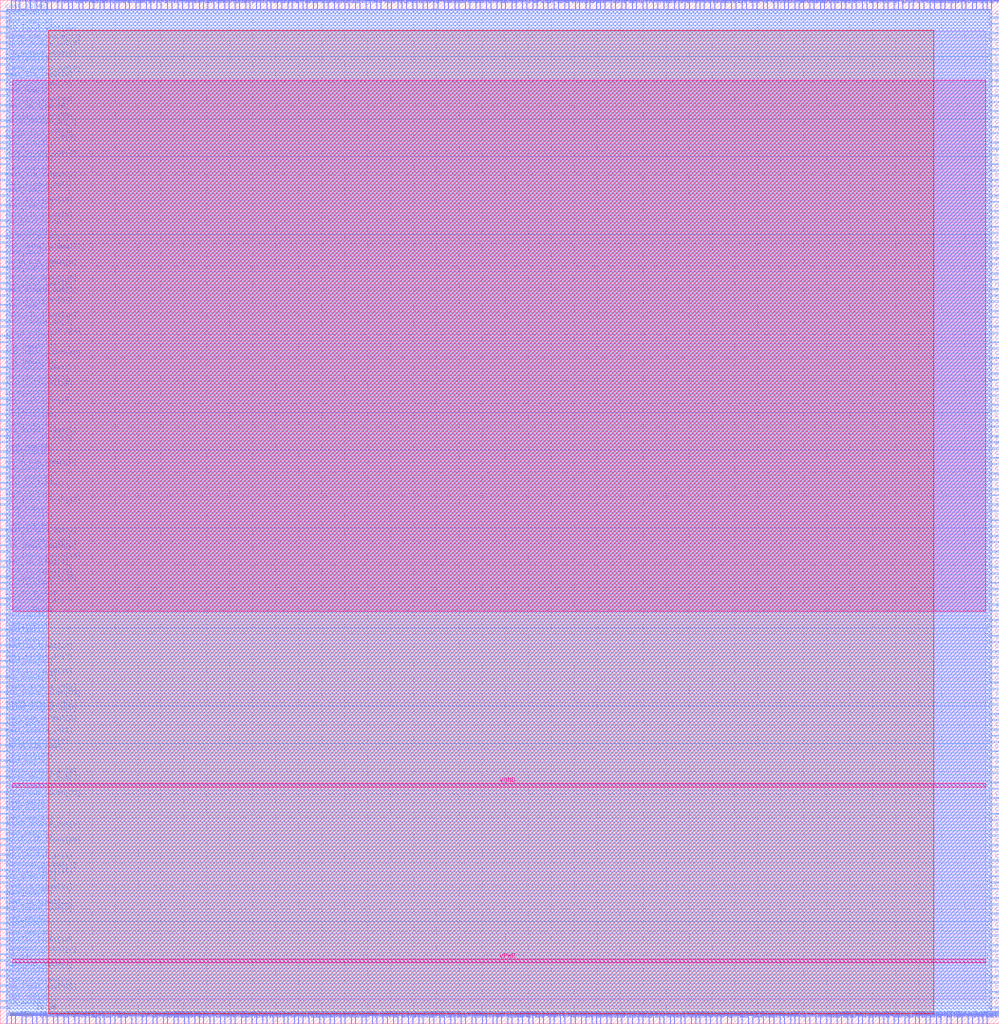
<source format=lef>
VERSION 5.7 ;
  NOWIREEXTENSIONATPIN ON ;
  DIVIDERCHAR "/" ;
  BUSBITCHARS "[]" ;
MACRO clb_tile
  CLASS BLOCK ;
  FOREIGN clb_tile ;
  ORIGIN 0.000 0.000 ;
  SIZE 435.105 BY 445.825 ;
  PIN clb_cin
    DIRECTION OUTPUT TRISTATE ;
    PORT
      LAYER met3 ;
        RECT 0.000 27.240 4.000 27.840 ;
    END
  END clb_cin
  PIN clb_cin_south
    DIRECTION INPUT ;
    PORT
      LAYER met3 ;
        RECT 431.105 125.160 435.105 125.760 ;
    END
  END clb_cin_south
  PIN clb_cin_west
    DIRECTION INPUT ;
    PORT
      LAYER met2 ;
        RECT 375.450 441.825 375.730 445.825 ;
    END
  END clb_cin_west
  PIN clb_cout
    DIRECTION INPUT ;
    PORT
      LAYER met2 ;
        RECT 304.610 0.000 304.890 4.000 ;
    END
  END clb_cout
  PIN clb_cout_south
    DIRECTION OUTPUT TRISTATE ;
    PORT
      LAYER met3 ;
        RECT 0.000 346.840 4.000 347.440 ;
    END
  END clb_cout_south
  PIN clb_cout_west
    DIRECTION OUTPUT TRISTATE ;
    PORT
      LAYER met3 ;
        RECT 0.000 185.000 4.000 185.600 ;
    END
  END clb_cout_west
  PIN clb_input[0]
    DIRECTION OUTPUT TRISTATE ;
    PORT
      LAYER met2 ;
        RECT 117.850 441.825 118.130 445.825 ;
    END
  END clb_input[0]
  PIN clb_input[10]
    DIRECTION OUTPUT TRISTATE ;
    PORT
      LAYER met2 ;
        RECT 84.730 0.000 85.010 4.000 ;
    END
  END clb_input[10]
  PIN clb_input[11]
    DIRECTION OUTPUT TRISTATE ;
    PORT
      LAYER met2 ;
        RECT 302.770 441.825 303.050 445.825 ;
    END
  END clb_input[11]
  PIN clb_input[12]
    DIRECTION OUTPUT TRISTATE ;
    PORT
      LAYER met2 ;
        RECT 364.410 0.000 364.690 4.000 ;
    END
  END clb_input[12]
  PIN clb_input[13]
    DIRECTION OUTPUT TRISTATE ;
    PORT
      LAYER met2 ;
        RECT 238.370 441.825 238.650 445.825 ;
    END
  END clb_input[13]
  PIN clb_input[14]
    DIRECTION OUTPUT TRISTATE ;
    PORT
      LAYER met3 ;
        RECT 431.105 58.520 435.105 59.120 ;
    END
  END clb_input[14]
  PIN clb_input[15]
    DIRECTION OUTPUT TRISTATE ;
    PORT
      LAYER met2 ;
        RECT 29.530 0.000 29.810 4.000 ;
    END
  END clb_input[15]
  PIN clb_input[16]
    DIRECTION OUTPUT TRISTATE ;
    PORT
      LAYER met3 ;
        RECT 0.000 285.640 4.000 286.240 ;
    END
  END clb_input[16]
  PIN clb_input[17]
    DIRECTION OUTPUT TRISTATE ;
    PORT
      LAYER met2 ;
        RECT 77.370 0.000 77.650 4.000 ;
    END
  END clb_input[17]
  PIN clb_input[18]
    DIRECTION OUTPUT TRISTATE ;
    PORT
      LAYER met2 ;
        RECT 368.090 441.825 368.370 445.825 ;
    END
  END clb_input[18]
  PIN clb_input[19]
    DIRECTION OUTPUT TRISTATE ;
    PORT
      LAYER met2 ;
        RECT 395.690 0.000 395.970 4.000 ;
    END
  END clb_input[19]
  PIN clb_input[1]
    DIRECTION OUTPUT TRISTATE ;
    PORT
      LAYER met3 ;
        RECT 0.000 239.400 4.000 240.000 ;
    END
  END clb_input[1]
  PIN clb_input[20]
    DIRECTION OUTPUT TRISTATE ;
    PORT
      LAYER met2 ;
        RECT 45.170 0.000 45.450 4.000 ;
    END
  END clb_input[20]
  PIN clb_input[21]
    DIRECTION OUTPUT TRISTATE ;
    PORT
      LAYER met3 ;
        RECT 0.000 292.440 4.000 293.040 ;
    END
  END clb_input[21]
  PIN clb_input[22]
    DIRECTION OUTPUT TRISTATE ;
    PORT
      LAYER met3 ;
        RECT 431.105 296.520 435.105 297.120 ;
    END
  END clb_input[22]
  PIN clb_input[23]
    DIRECTION OUTPUT TRISTATE ;
    PORT
      LAYER met2 ;
        RECT 91.170 0.000 91.450 4.000 ;
    END
  END clb_input[23]
  PIN clb_input[24]
    DIRECTION OUTPUT TRISTATE ;
    PORT
      LAYER met2 ;
        RECT 58.970 441.825 59.250 445.825 ;
    END
  END clb_input[24]
  PIN clb_input[25]
    DIRECTION OUTPUT TRISTATE ;
    PORT
      LAYER met2 ;
        RECT 357.050 0.000 357.330 4.000 ;
    END
  END clb_input[25]
  PIN clb_input[26]
    DIRECTION OUTPUT TRISTATE ;
    PORT
      LAYER met2 ;
        RECT 236.530 441.825 236.810 445.825 ;
    END
  END clb_input[26]
  PIN clb_input[27]
    DIRECTION OUTPUT TRISTATE ;
    PORT
      LAYER met3 ;
        RECT 0.000 148.280 4.000 148.880 ;
    END
  END clb_input[27]
  PIN clb_input[28]
    DIRECTION OUTPUT TRISTATE ;
    PORT
      LAYER met2 ;
        RECT 254.930 441.825 255.210 445.825 ;
    END
  END clb_input[28]
  PIN clb_input[29]
    DIRECTION OUTPUT TRISTATE ;
    PORT
      LAYER met2 ;
        RECT 227.330 441.825 227.610 445.825 ;
    END
  END clb_input[29]
  PIN clb_input[2]
    DIRECTION OUTPUT TRISTATE ;
    PORT
      LAYER met2 ;
        RECT 188.690 0.000 188.970 4.000 ;
    END
  END clb_input[2]
  PIN clb_input[30]
    DIRECTION OUTPUT TRISTATE ;
    PORT
      LAYER met3 ;
        RECT 431.105 307.400 435.105 308.000 ;
    END
  END clb_input[30]
  PIN clb_input[31]
    DIRECTION OUTPUT TRISTATE ;
    PORT
      LAYER met3 ;
        RECT 431.105 414.840 435.105 415.440 ;
    END
  END clb_input[31]
  PIN clb_input[3]
    DIRECTION OUTPUT TRISTATE ;
    PORT
      LAYER met3 ;
        RECT 431.105 202.680 435.105 203.280 ;
    END
  END clb_input[3]
  PIN clb_input[4]
    DIRECTION OUTPUT TRISTATE ;
    PORT
      LAYER met2 ;
        RECT 152.810 0.000 153.090 4.000 ;
    END
  END clb_input[4]
  PIN clb_input[5]
    DIRECTION OUTPUT TRISTATE ;
    PORT
      LAYER met2 ;
        RECT 61.730 0.000 62.010 4.000 ;
    END
  END clb_input[5]
  PIN clb_input[6]
    DIRECTION OUTPUT TRISTATE ;
    PORT
      LAYER met3 ;
        RECT 431.105 383.560 435.105 384.160 ;
    END
  END clb_input[6]
  PIN clb_input[7]
    DIRECTION OUTPUT TRISTATE ;
    PORT
      LAYER met2 ;
        RECT 295.410 441.825 295.690 445.825 ;
    END
  END clb_input[7]
  PIN clb_input[8]
    DIRECTION OUTPUT TRISTATE ;
    PORT
      LAYER met2 ;
        RECT 108.650 441.825 108.930 445.825 ;
    END
  END clb_input[8]
  PIN clb_input[9]
    DIRECTION OUTPUT TRISTATE ;
    PORT
      LAYER met2 ;
        RECT 159.250 441.825 159.530 445.825 ;
    END
  END clb_input[9]
  PIN clb_input_south[0]
    DIRECTION INPUT ;
    PORT
      LAYER met3 ;
        RECT 431.105 198.600 435.105 199.200 ;
    END
  END clb_input_south[0]
  PIN clb_input_south[10]
    DIRECTION INPUT ;
    PORT
      LAYER met3 ;
        RECT 431.105 344.120 435.105 344.720 ;
    END
  END clb_input_south[10]
  PIN clb_input_south[11]
    DIRECTION INPUT ;
    PORT
      LAYER met3 ;
        RECT 431.105 152.360 435.105 152.960 ;
    END
  END clb_input_south[11]
  PIN clb_input_south[12]
    DIRECTION INPUT ;
    PORT
      LAYER met3 ;
        RECT 0.000 225.800 4.000 226.400 ;
    END
  END clb_input_south[12]
  PIN clb_input_south[13]
    DIRECTION INPUT ;
    PORT
      LAYER met2 ;
        RECT 163.850 441.825 164.130 445.825 ;
    END
  END clb_input_south[13]
  PIN clb_input_south[14]
    DIRECTION INPUT ;
    PORT
      LAYER met2 ;
        RECT 75.530 0.000 75.810 4.000 ;
    END
  END clb_input_south[14]
  PIN clb_input_south[15]
    DIRECTION INPUT ;
    PORT
      LAYER met2 ;
        RECT 429.730 0.000 430.010 4.000 ;
    END
  END clb_input_south[15]
  PIN clb_input_south[16]
    DIRECTION INPUT ;
    PORT
      LAYER met3 ;
        RECT 0.000 201.320 4.000 201.920 ;
    END
  END clb_input_south[16]
  PIN clb_input_south[17]
    DIRECTION INPUT ;
    PORT
      LAYER met3 ;
        RECT 431.105 145.560 435.105 146.160 ;
    END
  END clb_input_south[17]
  PIN clb_input_south[18]
    DIRECTION INPUT ;
    PORT
      LAYER met2 ;
        RECT 296.330 0.000 296.610 4.000 ;
    END
  END clb_input_south[18]
  PIN clb_input_south[19]
    DIRECTION INPUT ;
    PORT
      LAYER met2 ;
        RECT 57.130 0.000 57.410 4.000 ;
    END
  END clb_input_south[19]
  PIN clb_input_south[1]
    DIRECTION INPUT ;
    PORT
      LAYER met2 ;
        RECT 179.490 441.825 179.770 445.825 ;
    END
  END clb_input_south[1]
  PIN clb_input_south[20]
    DIRECTION INPUT ;
    PORT
      LAYER met3 ;
        RECT 431.105 337.320 435.105 337.920 ;
    END
  END clb_input_south[20]
  PIN clb_input_south[21]
    DIRECTION INPUT ;
    PORT
      LAYER met2 ;
        RECT 352.450 441.825 352.730 445.825 ;
    END
  END clb_input_south[21]
  PIN clb_input_south[22]
    DIRECTION INPUT ;
    PORT
      LAYER met3 ;
        RECT 0.000 97.960 4.000 98.560 ;
    END
  END clb_input_south[22]
  PIN clb_input_south[23]
    DIRECTION INPUT ;
    PORT
      LAYER met3 ;
        RECT 0.000 141.480 4.000 142.080 ;
    END
  END clb_input_south[23]
  PIN clb_input_south[24]
    DIRECTION INPUT ;
    PORT
      LAYER met3 ;
        RECT 0.000 299.240 4.000 299.840 ;
    END
  END clb_input_south[24]
  PIN clb_input_south[25]
    DIRECTION INPUT ;
    PORT
      LAYER met2 ;
        RECT 307.370 0.000 307.650 4.000 ;
    END
  END clb_input_south[25]
  PIN clb_input_south[26]
    DIRECTION INPUT ;
    PORT
      LAYER met2 ;
        RECT 245.730 0.000 246.010 4.000 ;
    END
  END clb_input_south[26]
  PIN clb_input_south[27]
    DIRECTION INPUT ;
    PORT
      LAYER met3 ;
        RECT 431.105 390.360 435.105 390.960 ;
    END
  END clb_input_south[27]
  PIN clb_input_south[28]
    DIRECTION INPUT ;
    PORT
      LAYER met2 ;
        RECT 425.130 441.825 425.410 445.825 ;
    END
  END clb_input_south[28]
  PIN clb_input_south[29]
    DIRECTION INPUT ;
    PORT
      LAYER met2 ;
        RECT 369.010 0.000 369.290 4.000 ;
    END
  END clb_input_south[29]
  PIN clb_input_south[2]
    DIRECTION INPUT ;
    PORT
      LAYER met2 ;
        RECT 286.210 441.825 286.490 445.825 ;
    END
  END clb_input_south[2]
  PIN clb_input_south[30]
    DIRECTION INPUT ;
    PORT
      LAYER met3 ;
        RECT 0.000 289.720 4.000 290.320 ;
    END
  END clb_input_south[30]
  PIN clb_input_south[31]
    DIRECTION INPUT ;
    PORT
      LAYER met2 ;
        RECT 222.730 0.000 223.010 4.000 ;
    END
  END clb_input_south[31]
  PIN clb_input_south[3]
    DIRECTION INPUT ;
    PORT
      LAYER met2 ;
        RECT 106.810 441.825 107.090 445.825 ;
    END
  END clb_input_south[3]
  PIN clb_input_south[4]
    DIRECTION INPUT ;
    PORT
      LAYER met2 ;
        RECT 72.770 441.825 73.050 445.825 ;
    END
  END clb_input_south[4]
  PIN clb_input_south[5]
    DIRECTION INPUT ;
    PORT
      LAYER met2 ;
        RECT 63.570 0.000 63.850 4.000 ;
    END
  END clb_input_south[5]
  PIN clb_input_south[6]
    DIRECTION INPUT ;
    PORT
      LAYER met3 ;
        RECT 0.000 13.640 4.000 14.240 ;
    END
  END clb_input_south[6]
  PIN clb_input_south[7]
    DIRECTION INPUT ;
    PORT
      LAYER met2 ;
        RECT 88.410 441.825 88.690 445.825 ;
    END
  END clb_input_south[7]
  PIN clb_input_south[8]
    DIRECTION INPUT ;
    PORT
      LAYER met3 ;
        RECT 431.105 216.280 435.105 216.880 ;
    END
  END clb_input_south[8]
  PIN clb_input_south[9]
    DIRECTION INPUT ;
    PORT
      LAYER met3 ;
        RECT 0.000 205.400 4.000 206.000 ;
    END
  END clb_input_south[9]
  PIN clb_input_west[0]
    DIRECTION INPUT ;
    PORT
      LAYER met3 ;
        RECT 431.105 424.360 435.105 424.960 ;
    END
  END clb_input_west[0]
  PIN clb_input_west[10]
    DIRECTION INPUT ;
    PORT
      LAYER met2 ;
        RECT 193.290 441.825 193.570 445.825 ;
    END
  END clb_input_west[10]
  PIN clb_input_west[11]
    DIRECTION INPUT ;
    PORT
      LAYER met3 ;
        RECT 431.105 397.160 435.105 397.760 ;
    END
  END clb_input_west[11]
  PIN clb_input_west[12]
    DIRECTION INPUT ;
    PORT
      LAYER met2 ;
        RECT 196.050 0.000 196.330 4.000 ;
    END
  END clb_input_west[12]
  PIN clb_input_west[13]
    DIRECTION INPUT ;
    PORT
      LAYER met2 ;
        RECT 389.250 441.825 389.530 445.825 ;
    END
  END clb_input_west[13]
  PIN clb_input_west[14]
    DIRECTION INPUT ;
    PORT
      LAYER met2 ;
        RECT 81.970 0.000 82.250 4.000 ;
    END
  END clb_input_west[14]
  PIN clb_input_west[15]
    DIRECTION INPUT ;
    PORT
      LAYER met2 ;
        RECT 170.290 441.825 170.570 445.825 ;
    END
  END clb_input_west[15]
  PIN clb_input_west[16]
    DIRECTION INPUT ;
    PORT
      LAYER met2 ;
        RECT 151.890 441.825 152.170 445.825 ;
    END
  END clb_input_west[16]
  PIN clb_input_west[17]
    DIRECTION INPUT ;
    PORT
      LAYER met2 ;
        RECT 102.210 0.000 102.490 4.000 ;
    END
  END clb_input_west[17]
  PIN clb_input_west[18]
    DIRECTION INPUT ;
    PORT
      LAYER met2 ;
        RECT 284.370 0.000 284.650 4.000 ;
    END
  END clb_input_west[18]
  PIN clb_input_west[19]
    DIRECTION INPUT ;
    PORT
      LAYER met2 ;
        RECT 298.170 0.000 298.450 4.000 ;
    END
  END clb_input_west[19]
  PIN clb_input_west[1]
    DIRECTION INPUT ;
    PORT
      LAYER met3 ;
        RECT 431.105 189.080 435.105 189.680 ;
    END
  END clb_input_west[1]
  PIN clb_input_west[20]
    DIRECTION INPUT ;
    PORT
      LAYER met3 ;
        RECT 431.105 353.640 435.105 354.240 ;
    END
  END clb_input_west[20]
  PIN clb_input_west[21]
    DIRECTION INPUT ;
    PORT
      LAYER met2 ;
        RECT 31.370 441.825 31.650 445.825 ;
    END
  END clb_input_west[21]
  PIN clb_input_west[22]
    DIRECTION INPUT ;
    PORT
      LAYER met2 ;
        RECT 6.530 0.000 6.810 4.000 ;
    END
  END clb_input_west[22]
  PIN clb_input_west[23]
    DIRECTION INPUT ;
    PORT
      LAYER met2 ;
        RECT 41.490 0.000 41.770 4.000 ;
    END
  END clb_input_west[23]
  PIN clb_input_west[24]
    DIRECTION INPUT ;
    PORT
      LAYER met2 ;
        RECT 311.050 441.825 311.330 445.825 ;
    END
  END clb_input_west[24]
  PIN clb_input_west[25]
    DIRECTION INPUT ;
    PORT
      LAYER met3 ;
        RECT 0.000 191.800 4.000 192.400 ;
    END
  END clb_input_west[25]
  PIN clb_input_west[26]
    DIRECTION INPUT ;
    PORT
      LAYER met2 ;
        RECT 230.090 0.000 230.370 4.000 ;
    END
  END clb_input_west[26]
  PIN clb_input_west[27]
    DIRECTION INPUT ;
    PORT
      LAYER met2 ;
        RECT 47.930 0.000 48.210 4.000 ;
    END
  END clb_input_west[27]
  PIN clb_input_west[28]
    DIRECTION INPUT ;
    PORT
      LAYER met2 ;
        RECT 97.610 0.000 97.890 4.000 ;
    END
  END clb_input_west[28]
  PIN clb_input_west[29]
    DIRECTION INPUT ;
    PORT
      LAYER met2 ;
        RECT 332.210 0.000 332.490 4.000 ;
    END
  END clb_input_west[29]
  PIN clb_input_west[2]
    DIRECTION INPUT ;
    PORT
      LAYER met3 ;
        RECT 431.105 225.800 435.105 226.400 ;
    END
  END clb_input_west[2]
  PIN clb_input_west[30]
    DIRECTION INPUT ;
    PORT
      LAYER met3 ;
        RECT 0.000 431.160 4.000 431.760 ;
    END
  END clb_input_west[30]
  PIN clb_input_west[31]
    DIRECTION INPUT ;
    PORT
      LAYER met2 ;
        RECT 80.130 0.000 80.410 4.000 ;
    END
  END clb_input_west[31]
  PIN clb_input_west[3]
    DIRECTION INPUT ;
    PORT
      LAYER met2 ;
        RECT 173.050 441.825 173.330 445.825 ;
    END
  END clb_input_west[3]
  PIN clb_input_west[4]
    DIRECTION INPUT ;
    PORT
      LAYER met2 ;
        RECT 88.410 0.000 88.690 4.000 ;
    END
  END clb_input_west[4]
  PIN clb_input_west[5]
    DIRECTION INPUT ;
    PORT
      LAYER met3 ;
        RECT 0.000 319.640 4.000 320.240 ;
    END
  END clb_input_west[5]
  PIN clb_input_west[6]
    DIRECTION INPUT ;
    PORT
      LAYER met3 ;
        RECT 431.105 371.320 435.105 371.920 ;
    END
  END clb_input_west[6]
  PIN clb_input_west[7]
    DIRECTION INPUT ;
    PORT
      LAYER met2 ;
        RECT 250.330 441.825 250.610 445.825 ;
    END
  END clb_input_west[7]
  PIN clb_input_west[8]
    DIRECTION INPUT ;
    PORT
      LAYER met3 ;
        RECT 431.105 34.040 435.105 34.640 ;
    END
  END clb_input_west[8]
  PIN clb_input_west[9]
    DIRECTION INPUT ;
    PORT
      LAYER met3 ;
        RECT 0.000 47.640 4.000 48.240 ;
    END
  END clb_input_west[9]
  PIN clb_output[0]
    DIRECTION INPUT ;
    PORT
      LAYER met2 ;
        RECT 233.770 441.825 234.050 445.825 ;
    END
  END clb_output[0]
  PIN clb_output[1]
    DIRECTION INPUT ;
    PORT
      LAYER met2 ;
        RECT 140.850 441.825 141.130 445.825 ;
    END
  END clb_output[1]
  PIN clb_output[2]
    DIRECTION INPUT ;
    PORT
      LAYER met3 ;
        RECT 431.105 54.440 435.105 55.040 ;
    END
  END clb_output[2]
  PIN clb_output[3]
    DIRECTION INPUT ;
    PORT
      LAYER met3 ;
        RECT 0.000 6.840 4.000 7.440 ;
    END
  END clb_output[3]
  PIN clb_output[4]
    DIRECTION INPUT ;
    PORT
      LAYER met3 ;
        RECT 431.105 364.520 435.105 365.120 ;
    END
  END clb_output[4]
  PIN clb_output[5]
    DIRECTION INPUT ;
    PORT
      LAYER met3 ;
        RECT 0.000 61.240 4.000 61.840 ;
    END
  END clb_output[5]
  PIN clb_output[6]
    DIRECTION INPUT ;
    PORT
      LAYER met3 ;
        RECT 431.105 108.840 435.105 109.440 ;
    END
  END clb_output[6]
  PIN clb_output[7]
    DIRECTION INPUT ;
    PORT
      LAYER met3 ;
        RECT 0.000 342.760 4.000 343.360 ;
    END
  END clb_output[7]
  PIN clb_output_south[0]
    DIRECTION OUTPUT TRISTATE ;
    PORT
      LAYER met2 ;
        RECT 397.530 441.825 397.810 445.825 ;
    END
  END clb_output_south[0]
  PIN clb_output_south[1]
    DIRECTION OUTPUT TRISTATE ;
    PORT
      LAYER met2 ;
        RECT 104.970 0.000 105.250 4.000 ;
    END
  END clb_output_south[1]
  PIN clb_output_south[2]
    DIRECTION OUTPUT TRISTATE ;
    PORT
      LAYER met2 ;
        RECT 227.330 0.000 227.610 4.000 ;
    END
  END clb_output_south[2]
  PIN clb_output_south[3]
    DIRECTION OUTPUT TRISTATE ;
    PORT
      LAYER met2 ;
        RECT 120.610 441.825 120.890 445.825 ;
    END
  END clb_output_south[3]
  PIN clb_output_south[4]
    DIRECTION OUTPUT TRISTATE ;
    PORT
      LAYER met2 ;
        RECT 197.890 0.000 198.170 4.000 ;
    END
  END clb_output_south[4]
  PIN clb_output_south[5]
    DIRECTION OUTPUT TRISTATE ;
    PORT
      LAYER met3 ;
        RECT 431.105 24.520 435.105 25.120 ;
    END
  END clb_output_south[5]
  PIN clb_output_south[6]
    DIRECTION OUTPUT TRISTATE ;
    PORT
      LAYER met2 ;
        RECT 403.050 0.000 403.330 4.000 ;
    END
  END clb_output_south[6]
  PIN clb_output_south[7]
    DIRECTION OUTPUT TRISTATE ;
    PORT
      LAYER met2 ;
        RECT 195.130 441.825 195.410 445.825 ;
    END
  END clb_output_south[7]
  PIN clb_output_west[0]
    DIRECTION OUTPUT TRISTATE ;
    PORT
      LAYER met2 ;
        RECT 418.690 441.825 418.970 445.825 ;
    END
  END clb_output_west[0]
  PIN clb_output_west[1]
    DIRECTION OUTPUT TRISTATE ;
    PORT
      LAYER met2 ;
        RECT 334.050 441.825 334.330 445.825 ;
    END
  END clb_output_west[1]
  PIN clb_output_west[2]
    DIRECTION OUTPUT TRISTATE ;
    PORT
      LAYER met2 ;
        RECT 318.410 0.000 318.690 4.000 ;
    END
  END clb_output_west[2]
  PIN clb_output_west[3]
    DIRECTION OUTPUT TRISTATE ;
    PORT
      LAYER met3 ;
        RECT 0.000 282.920 4.000 283.520 ;
    END
  END clb_output_west[3]
  PIN clb_output_west[4]
    DIRECTION OUTPUT TRISTATE ;
    PORT
      LAYER met3 ;
        RECT 431.105 81.640 435.105 82.240 ;
    END
  END clb_output_west[4]
  PIN clb_output_west[5]
    DIRECTION OUTPUT TRISTATE ;
    PORT
      LAYER met3 ;
        RECT 431.105 428.440 435.105 429.040 ;
    END
  END clb_output_west[5]
  PIN clb_output_west[6]
    DIRECTION OUTPUT TRISTATE ;
    PORT
      LAYER met3 ;
        RECT 0.000 255.720 4.000 256.320 ;
    END
  END clb_output_west[6]
  PIN clb_output_west[7]
    DIRECTION OUTPUT TRISTATE ;
    PORT
      LAYER met3 ;
        RECT 0.000 420.280 4.000 420.880 ;
    END
  END clb_output_west[7]
  PIN clk
    DIRECTION INPUT ;
    PORT
      LAYER met2 ;
        RECT 9.290 0.000 9.570 4.000 ;
    END
  END clk
  PIN conf_cin_type0[0]
    DIRECTION INPUT ;
    PORT
      LAYER met3 ;
        RECT 0.000 253.000 4.000 253.600 ;
    END
  END conf_cin_type0[0]
  PIN conf_cin_type0[1]
    DIRECTION INPUT ;
    PORT
      LAYER met2 ;
        RECT 339.570 0.000 339.850 4.000 ;
    END
  END conf_cin_type0[1]
  PIN conf_cin_type1
    DIRECTION INPUT ;
    PORT
      LAYER met2 ;
        RECT 361.650 0.000 361.930 4.000 ;
    END
  END conf_cin_type1
  PIN conf_hcb[0]
    DIRECTION INPUT ;
    PORT
      LAYER met2 ;
        RECT 199.730 441.825 200.010 445.825 ;
    END
  END conf_hcb[0]
  PIN conf_hcb[100]
    DIRECTION INPUT ;
    PORT
      LAYER met3 ;
        RECT 0.000 262.520 4.000 263.120 ;
    END
  END conf_hcb[100]
  PIN conf_hcb[101]
    DIRECTION INPUT ;
    PORT
      LAYER met2 ;
        RECT 66.330 0.000 66.610 4.000 ;
    END
  END conf_hcb[101]
  PIN conf_hcb[102]
    DIRECTION INPUT ;
    PORT
      LAYER met2 ;
        RECT 363.490 441.825 363.770 445.825 ;
    END
  END conf_hcb[102]
  PIN conf_hcb[103]
    DIRECTION INPUT ;
    PORT
      LAYER met2 ;
        RECT 261.370 0.000 261.650 4.000 ;
    END
  END conf_hcb[103]
  PIN conf_hcb[10]
    DIRECTION INPUT ;
    PORT
      LAYER met2 ;
        RECT 27.690 0.000 27.970 4.000 ;
    END
  END conf_hcb[10]
  PIN conf_hcb[11]
    DIRECTION INPUT ;
    PORT
      LAYER met2 ;
        RECT 74.610 441.825 74.890 445.825 ;
    END
  END conf_hcb[11]
  PIN conf_hcb[12]
    DIRECTION INPUT ;
    PORT
      LAYER met3 ;
        RECT 0.000 219.000 4.000 219.600 ;
    END
  END conf_hcb[12]
  PIN conf_hcb[13]
    DIRECTION INPUT ;
    PORT
      LAYER met2 ;
        RECT 15.730 441.825 16.010 445.825 ;
    END
  END conf_hcb[13]
  PIN conf_hcb[14]
    DIRECTION INPUT ;
    PORT
      LAYER met2 ;
        RECT 4.690 441.825 4.970 445.825 ;
    END
  END conf_hcb[14]
  PIN conf_hcb[15]
    DIRECTION INPUT ;
    PORT
      LAYER met3 ;
        RECT 431.105 134.680 435.105 135.280 ;
    END
  END conf_hcb[15]
  PIN conf_hcb[16]
    DIRECTION INPUT ;
    PORT
      LAYER met3 ;
        RECT 0.000 228.520 4.000 229.120 ;
    END
  END conf_hcb[16]
  PIN conf_hcb[17]
    DIRECTION INPUT ;
    PORT
      LAYER met2 ;
        RECT 391.090 0.000 391.370 4.000 ;
    END
  END conf_hcb[17]
  PIN conf_hcb[18]
    DIRECTION INPUT ;
    PORT
      LAYER met3 ;
        RECT 431.105 293.800 435.105 294.400 ;
    END
  END conf_hcb[18]
  PIN conf_hcb[19]
    DIRECTION INPUT ;
    PORT
      LAYER met2 ;
        RECT 86.570 441.825 86.850 445.825 ;
    END
  END conf_hcb[19]
  PIN conf_hcb[1]
    DIRECTION INPUT ;
    PORT
      LAYER met3 ;
        RECT 431.105 394.440 435.105 395.040 ;
    END
  END conf_hcb[1]
  PIN conf_hcb[20]
    DIRECTION INPUT ;
    PORT
      LAYER met2 ;
        RECT 106.810 0.000 107.090 4.000 ;
    END
  END conf_hcb[20]
  PIN conf_hcb[21]
    DIRECTION INPUT ;
    PORT
      LAYER met2 ;
        RECT 100.370 0.000 100.650 4.000 ;
    END
  END conf_hcb[21]
  PIN conf_hcb[22]
    DIRECTION INPUT ;
    PORT
      LAYER met2 ;
        RECT 224.570 441.825 224.850 445.825 ;
    END
  END conf_hcb[22]
  PIN conf_hcb[23]
    DIRECTION INPUT ;
    PORT
      LAYER met3 ;
        RECT 0.000 114.280 4.000 114.880 ;
    END
  END conf_hcb[23]
  PIN conf_hcb[24]
    DIRECTION INPUT ;
    PORT
      LAYER met2 ;
        RECT 32.290 0.000 32.570 4.000 ;
    END
  END conf_hcb[24]
  PIN conf_hcb[25]
    DIRECTION INPUT ;
    PORT
      LAYER met2 ;
        RECT 165.690 441.825 165.970 445.825 ;
    END
  END conf_hcb[25]
  PIN conf_hcb[26]
    DIRECTION INPUT ;
    PORT
      LAYER met2 ;
        RECT 370.850 0.000 371.130 4.000 ;
    END
  END conf_hcb[26]
  PIN conf_hcb[27]
    DIRECTION INPUT ;
    PORT
      LAYER met2 ;
        RECT 395.690 441.825 395.970 445.825 ;
    END
  END conf_hcb[27]
  PIN conf_hcb[28]
    DIRECTION INPUT ;
    PORT
      LAYER met3 ;
        RECT 431.105 51.720 435.105 52.320 ;
    END
  END conf_hcb[28]
  PIN conf_hcb[29]
    DIRECTION INPUT ;
    PORT
      LAYER met2 ;
        RECT 265.970 0.000 266.250 4.000 ;
    END
  END conf_hcb[29]
  PIN conf_hcb[2]
    DIRECTION INPUT ;
    PORT
      LAYER met2 ;
        RECT 36.890 0.000 37.170 4.000 ;
    END
  END conf_hcb[2]
  PIN conf_hcb[30]
    DIRECTION INPUT ;
    PORT
      LAYER met3 ;
        RECT 431.105 357.720 435.105 358.320 ;
    END
  END conf_hcb[30]
  PIN conf_hcb[31]
    DIRECTION INPUT ;
    PORT
      LAYER met3 ;
        RECT 0.000 80.280 4.000 80.880 ;
    END
  END conf_hcb[31]
  PIN conf_hcb[32]
    DIRECTION INPUT ;
    PORT
      LAYER met3 ;
        RECT 431.105 246.200 435.105 246.800 ;
    END
  END conf_hcb[32]
  PIN conf_hcb[33]
    DIRECTION INPUT ;
    PORT
      LAYER met2 ;
        RECT 204.330 441.825 204.610 445.825 ;
    END
  END conf_hcb[33]
  PIN conf_hcb[34]
    DIRECTION INPUT ;
    PORT
      LAYER met3 ;
        RECT 0.000 369.960 4.000 370.560 ;
    END
  END conf_hcb[34]
  PIN conf_hcb[35]
    DIRECTION INPUT ;
    PORT
      LAYER met3 ;
        RECT 431.105 47.640 435.105 48.240 ;
    END
  END conf_hcb[35]
  PIN conf_hcb[36]
    DIRECTION INPUT ;
    PORT
      LAYER met2 ;
        RECT 188.690 441.825 188.970 445.825 ;
    END
  END conf_hcb[36]
  PIN conf_hcb[37]
    DIRECTION INPUT ;
    PORT
      LAYER met3 ;
        RECT 0.000 403.960 4.000 404.560 ;
    END
  END conf_hcb[37]
  PIN conf_hcb[38]
    DIRECTION INPUT ;
    PORT
      LAYER met2 ;
        RECT 125.210 0.000 125.490 4.000 ;
    END
  END conf_hcb[38]
  PIN conf_hcb[39]
    DIRECTION INPUT ;
    PORT
      LAYER met3 ;
        RECT 431.105 367.240 435.105 367.840 ;
    END
  END conf_hcb[39]
  PIN conf_hcb[3]
    DIRECTION INPUT ;
    PORT
      LAYER met3 ;
        RECT 431.105 138.760 435.105 139.360 ;
    END
  END conf_hcb[3]
  PIN conf_hcb[40]
    DIRECTION INPUT ;
    PORT
      LAYER met3 ;
        RECT 0.000 155.080 4.000 155.680 ;
    END
  END conf_hcb[40]
  PIN conf_hcb[41]
    DIRECTION INPUT ;
    PORT
      LAYER met3 ;
        RECT 431.105 287.000 435.105 287.600 ;
    END
  END conf_hcb[41]
  PIN conf_hcb[42]
    DIRECTION INPUT ;
    PORT
      LAYER met2 ;
        RECT 346.010 441.825 346.290 445.825 ;
    END
  END conf_hcb[42]
  PIN conf_hcb[43]
    DIRECTION INPUT ;
    PORT
      LAYER met2 ;
        RECT 12.970 441.825 13.250 445.825 ;
    END
  END conf_hcb[43]
  PIN conf_hcb[44]
    DIRECTION INPUT ;
    PORT
      LAYER met2 ;
        RECT 51.610 441.825 51.890 445.825 ;
    END
  END conf_hcb[44]
  PIN conf_hcb[45]
    DIRECTION INPUT ;
    PORT
      LAYER met3 ;
        RECT 431.105 316.920 435.105 317.520 ;
    END
  END conf_hcb[45]
  PIN conf_hcb[46]
    DIRECTION INPUT ;
    PORT
      LAYER met3 ;
        RECT 431.105 266.600 435.105 267.200 ;
    END
  END conf_hcb[46]
  PIN conf_hcb[47]
    DIRECTION INPUT ;
    PORT
      LAYER met2 ;
        RECT 34.130 0.000 34.410 4.000 ;
    END
  END conf_hcb[47]
  PIN conf_hcb[48]
    DIRECTION INPUT ;
    PORT
      LAYER met2 ;
        RECT 20.330 441.825 20.610 445.825 ;
    END
  END conf_hcb[48]
  PIN conf_hcb[49]
    DIRECTION INPUT ;
    PORT
      LAYER met2 ;
        RECT 313.810 441.825 314.090 445.825 ;
    END
  END conf_hcb[49]
  PIN conf_hcb[4]
    DIRECTION INPUT ;
    PORT
      LAYER met3 ;
        RECT 0.000 91.160 4.000 91.760 ;
    END
  END conf_hcb[4]
  PIN conf_hcb[50]
    DIRECTION INPUT ;
    PORT
      LAYER met2 ;
        RECT 47.930 441.825 48.210 445.825 ;
    END
  END conf_hcb[50]
  PIN conf_hcb[51]
    DIRECTION INPUT ;
    PORT
      LAYER met3 ;
        RECT 431.105 38.120 435.105 38.720 ;
    END
  END conf_hcb[51]
  PIN conf_hcb[52]
    DIRECTION INPUT ;
    PORT
      LAYER met2 ;
        RECT 318.410 441.825 318.690 445.825 ;
    END
  END conf_hcb[52]
  PIN conf_hcb[53]
    DIRECTION INPUT ;
    PORT
      LAYER met2 ;
        RECT 70.010 441.825 70.290 445.825 ;
    END
  END conf_hcb[53]
  PIN conf_hcb[54]
    DIRECTION INPUT ;
    PORT
      LAYER met2 ;
        RECT 127.970 0.000 128.250 4.000 ;
    END
  END conf_hcb[54]
  PIN conf_hcb[55]
    DIRECTION INPUT ;
    PORT
      LAYER met2 ;
        RECT 323.010 0.000 323.290 4.000 ;
    END
  END conf_hcb[55]
  PIN conf_hcb[56]
    DIRECTION INPUT ;
    PORT
      LAYER met2 ;
        RECT 349.690 441.825 349.970 445.825 ;
    END
  END conf_hcb[56]
  PIN conf_hcb[57]
    DIRECTION INPUT ;
    PORT
      LAYER met2 ;
        RECT 2.850 0.000 3.130 4.000 ;
    END
  END conf_hcb[57]
  PIN conf_hcb[58]
    DIRECTION INPUT ;
    PORT
      LAYER met3 ;
        RECT 431.105 276.120 435.105 276.720 ;
    END
  END conf_hcb[58]
  PIN conf_hcb[59]
    DIRECTION INPUT ;
    PORT
      LAYER met3 ;
        RECT 0.000 265.240 4.000 265.840 ;
    END
  END conf_hcb[59]
  PIN conf_hcb[5]
    DIRECTION INPUT ;
    PORT
      LAYER met2 ;
        RECT 24.930 0.000 25.210 4.000 ;
    END
  END conf_hcb[5]
  PIN conf_hcb[60]
    DIRECTION INPUT ;
    PORT
      LAYER met3 ;
        RECT 431.105 172.760 435.105 173.360 ;
    END
  END conf_hcb[60]
  PIN conf_hcb[61]
    DIRECTION INPUT ;
    PORT
      LAYER met2 ;
        RECT 361.650 441.825 361.930 445.825 ;
    END
  END conf_hcb[61]
  PIN conf_hcb[62]
    DIRECTION INPUT ;
    PORT
      LAYER met3 ;
        RECT 431.105 421.640 435.105 422.240 ;
    END
  END conf_hcb[62]
  PIN conf_hcb[63]
    DIRECTION INPUT ;
    PORT
      LAYER met3 ;
        RECT 431.105 346.840 435.105 347.440 ;
    END
  END conf_hcb[63]
  PIN conf_hcb[64]
    DIRECTION INPUT ;
    PORT
      LAYER met3 ;
        RECT 431.105 360.440 435.105 361.040 ;
    END
  END conf_hcb[64]
  PIN conf_hcb[65]
    DIRECTION INPUT ;
    PORT
      LAYER met2 ;
        RECT 347.850 0.000 348.130 4.000 ;
    END
  END conf_hcb[65]
  PIN conf_hcb[66]
    DIRECTION INPUT ;
    PORT
      LAYER met2 ;
        RECT 384.650 0.000 384.930 4.000 ;
    END
  END conf_hcb[66]
  PIN conf_hcb[67]
    DIRECTION INPUT ;
    PORT
      LAYER met3 ;
        RECT 0.000 40.840 4.000 41.440 ;
    END
  END conf_hcb[67]
  PIN conf_hcb[68]
    DIRECTION INPUT ;
    PORT
      LAYER met3 ;
        RECT 0.000 248.920 4.000 249.520 ;
    END
  END conf_hcb[68]
  PIN conf_hcb[69]
    DIRECTION INPUT ;
    PORT
      LAYER met2 ;
        RECT 370.850 441.825 371.130 445.825 ;
    END
  END conf_hcb[69]
  PIN conf_hcb[6]
    DIRECTION INPUT ;
    PORT
      LAYER met2 ;
        RECT 412.250 0.000 412.530 4.000 ;
    END
  END conf_hcb[6]
  PIN conf_hcb[70]
    DIRECTION INPUT ;
    PORT
      LAYER met3 ;
        RECT 0.000 374.040 4.000 374.640 ;
    END
  END conf_hcb[70]
  PIN conf_hcb[71]
    DIRECTION INPUT ;
    PORT
      LAYER met2 ;
        RECT 358.890 441.825 359.170 445.825 ;
    END
  END conf_hcb[71]
  PIN conf_hcb[72]
    DIRECTION INPUT ;
    PORT
      LAYER met3 ;
        RECT 0.000 164.600 4.000 165.200 ;
    END
  END conf_hcb[72]
  PIN conf_hcb[73]
    DIRECTION INPUT ;
    PORT
      LAYER met2 ;
        RECT 259.530 0.000 259.810 4.000 ;
    END
  END conf_hcb[73]
  PIN conf_hcb[74]
    DIRECTION INPUT ;
    PORT
      LAYER met3 ;
        RECT 431.105 127.880 435.105 128.480 ;
    END
  END conf_hcb[74]
  PIN conf_hcb[75]
    DIRECTION INPUT ;
    PORT
      LAYER met2 ;
        RECT 54.370 441.825 54.650 445.825 ;
    END
  END conf_hcb[75]
  PIN conf_hcb[76]
    DIRECTION INPUT ;
    PORT
      LAYER met3 ;
        RECT 0.000 437.960 4.000 438.560 ;
    END
  END conf_hcb[76]
  PIN conf_hcb[77]
    DIRECTION INPUT ;
    PORT
      LAYER met3 ;
        RECT 0.000 20.440 4.000 21.040 ;
    END
  END conf_hcb[77]
  PIN conf_hcb[78]
    DIRECTION INPUT ;
    PORT
      LAYER met2 ;
        RECT 315.650 441.825 315.930 445.825 ;
    END
  END conf_hcb[78]
  PIN conf_hcb[79]
    DIRECTION INPUT ;
    PORT
      LAYER met2 ;
        RECT 325.770 0.000 326.050 4.000 ;
    END
  END conf_hcb[79]
  PIN conf_hcb[7]
    DIRECTION INPUT ;
    PORT
      LAYER met3 ;
        RECT 0.000 310.120 4.000 310.720 ;
    END
  END conf_hcb[7]
  PIN conf_hcb[80]
    DIRECTION INPUT ;
    PORT
      LAYER met2 ;
        RECT 99.450 441.825 99.730 445.825 ;
    END
  END conf_hcb[80]
  PIN conf_hcb[81]
    DIRECTION INPUT ;
    PORT
      LAYER met2 ;
        RECT 147.290 441.825 147.570 445.825 ;
    END
  END conf_hcb[81]
  PIN conf_hcb[82]
    DIRECTION INPUT ;
    PORT
      LAYER met2 ;
        RECT 157.410 0.000 157.690 4.000 ;
    END
  END conf_hcb[82]
  PIN conf_hcb[83]
    DIRECTION INPUT ;
    PORT
      LAYER met3 ;
        RECT 431.105 102.040 435.105 102.640 ;
    END
  END conf_hcb[83]
  PIN conf_hcb[84]
    DIRECTION INPUT ;
    PORT
      LAYER met2 ;
        RECT 427.890 0.000 428.170 4.000 ;
    END
  END conf_hcb[84]
  PIN conf_hcb[85]
    DIRECTION INPUT ;
    PORT
      LAYER met3 ;
        RECT 0.000 246.200 4.000 246.800 ;
    END
  END conf_hcb[85]
  PIN conf_hcb[86]
    DIRECTION INPUT ;
    PORT
      LAYER met3 ;
        RECT 0.000 36.760 4.000 37.360 ;
    END
  END conf_hcb[86]
  PIN conf_hcb[87]
    DIRECTION INPUT ;
    PORT
      LAYER met3 ;
        RECT 431.105 212.200 435.105 212.800 ;
    END
  END conf_hcb[87]
  PIN conf_hcb[88]
    DIRECTION INPUT ;
    PORT
      LAYER met2 ;
        RECT 321.170 0.000 321.450 4.000 ;
    END
  END conf_hcb[88]
  PIN conf_hcb[89]
    DIRECTION INPUT ;
    PORT
      LAYER met2 ;
        RECT 393.850 0.000 394.130 4.000 ;
    END
  END conf_hcb[89]
  PIN conf_hcb[8]
    DIRECTION INPUT ;
    PORT
      LAYER met3 ;
        RECT 431.105 350.920 435.105 351.520 ;
    END
  END conf_hcb[8]
  PIN conf_hcb[90]
    DIRECTION INPUT ;
    PORT
      LAYER met2 ;
        RECT 252.170 441.825 252.450 445.825 ;
    END
  END conf_hcb[90]
  PIN conf_hcb[91]
    DIRECTION INPUT ;
    PORT
      LAYER met2 ;
        RECT 20.330 0.000 20.610 4.000 ;
    END
  END conf_hcb[91]
  PIN conf_hcb[92]
    DIRECTION INPUT ;
    PORT
      LAYER met2 ;
        RECT 234.690 0.000 234.970 4.000 ;
    END
  END conf_hcb[92]
  PIN conf_hcb[93]
    DIRECTION INPUT ;
    PORT
      LAYER met2 ;
        RECT 34.130 441.825 34.410 445.825 ;
    END
  END conf_hcb[93]
  PIN conf_hcb[94]
    DIRECTION INPUT ;
    PORT
      LAYER met3 ;
        RECT 0.000 235.320 4.000 235.920 ;
    END
  END conf_hcb[94]
  PIN conf_hcb[95]
    DIRECTION INPUT ;
    PORT
      LAYER met2 ;
        RECT 316.570 0.000 316.850 4.000 ;
    END
  END conf_hcb[95]
  PIN conf_hcb[96]
    DIRECTION INPUT ;
    PORT
      LAYER met2 ;
        RECT 168.450 441.825 168.730 445.825 ;
    END
  END conf_hcb[96]
  PIN conf_hcb[97]
    DIRECTION INPUT ;
    PORT
      LAYER met3 ;
        RECT 0.000 54.440 4.000 55.040 ;
    END
  END conf_hcb[97]
  PIN conf_hcb[98]
    DIRECTION INPUT ;
    PORT
      LAYER met2 ;
        RECT 218.130 441.825 218.410 445.825 ;
    END
  END conf_hcb[98]
  PIN conf_hcb[99]
    DIRECTION INPUT ;
    PORT
      LAYER met2 ;
        RECT 406.730 441.825 407.010 445.825 ;
    END
  END conf_hcb[99]
  PIN conf_hcb[9]
    DIRECTION INPUT ;
    PORT
      LAYER met3 ;
        RECT 0.000 221.720 4.000 222.320 ;
    END
  END conf_hcb[9]
  PIN conf_io_type0[0]
    DIRECTION INPUT ;
    PORT
      LAYER met3 ;
        RECT 0.000 340.040 4.000 340.640 ;
    END
  END conf_io_type0[0]
  PIN conf_io_type0[10]
    DIRECTION INPUT ;
    PORT
      LAYER met2 ;
        RECT 162.010 0.000 162.290 4.000 ;
    END
  END conf_io_type0[10]
  PIN conf_io_type0[11]
    DIRECTION INPUT ;
    PORT
      LAYER met2 ;
        RECT 145.450 441.825 145.730 445.825 ;
    END
  END conf_io_type0[11]
  PIN conf_io_type0[12]
    DIRECTION INPUT ;
    PORT
      LAYER met3 ;
        RECT 431.105 44.920 435.105 45.520 ;
    END
  END conf_io_type0[12]
  PIN conf_io_type0[13]
    DIRECTION INPUT ;
    PORT
      LAYER met2 ;
        RECT 11.130 441.825 11.410 445.825 ;
    END
  END conf_io_type0[13]
  PIN conf_io_type0[14]
    DIRECTION INPUT ;
    PORT
      LAYER met2 ;
        RECT 279.770 0.000 280.050 4.000 ;
    END
  END conf_io_type0[14]
  PIN conf_io_type0[15]
    DIRECTION INPUT ;
    PORT
      LAYER met3 ;
        RECT 431.105 223.080 435.105 223.680 ;
    END
  END conf_io_type0[15]
  PIN conf_io_type0[16]
    DIRECTION INPUT ;
    PORT
      LAYER met3 ;
        RECT 0.000 356.360 4.000 356.960 ;
    END
  END conf_io_type0[16]
  PIN conf_io_type0[17]
    DIRECTION INPUT ;
    PORT
      LAYER met2 ;
        RECT 193.290 0.000 193.570 4.000 ;
    END
  END conf_io_type0[17]
  PIN conf_io_type0[18]
    DIRECTION INPUT ;
    PORT
      LAYER met2 ;
        RECT 366.250 0.000 366.530 4.000 ;
    END
  END conf_io_type0[18]
  PIN conf_io_type0[19]
    DIRECTION INPUT ;
    PORT
      LAYER met2 ;
        RECT 407.650 0.000 407.930 4.000 ;
    END
  END conf_io_type0[19]
  PIN conf_io_type0[1]
    DIRECTION INPUT ;
    PORT
      LAYER met2 ;
        RECT 52.530 0.000 52.810 4.000 ;
    END
  END conf_io_type0[1]
  PIN conf_io_type0[20]
    DIRECTION INPUT ;
    PORT
      LAYER met2 ;
        RECT 23.090 0.000 23.370 4.000 ;
    END
  END conf_io_type0[20]
  PIN conf_io_type0[21]
    DIRECTION INPUT ;
    PORT
      LAYER met3 ;
        RECT 431.105 161.880 435.105 162.480 ;
    END
  END conf_io_type0[21]
  PIN conf_io_type0[22]
    DIRECTION INPUT ;
    PORT
      LAYER met3 ;
        RECT 0.000 57.160 4.000 57.760 ;
    END
  END conf_io_type0[22]
  PIN conf_io_type0[23]
    DIRECTION INPUT ;
    PORT
      LAYER met2 ;
        RECT 129.810 0.000 130.090 4.000 ;
    END
  END conf_io_type0[23]
  PIN conf_io_type0[24]
    DIRECTION INPUT ;
    PORT
      LAYER met2 ;
        RECT 35.970 441.825 36.250 445.825 ;
    END
  END conf_io_type0[24]
  PIN conf_io_type0[25]
    DIRECTION INPUT ;
    PORT
      LAYER met2 ;
        RECT 26.770 441.825 27.050 445.825 ;
    END
  END conf_io_type0[25]
  PIN conf_io_type0[26]
    DIRECTION INPUT ;
    PORT
      LAYER met2 ;
        RECT 17.570 441.825 17.850 445.825 ;
    END
  END conf_io_type0[26]
  PIN conf_io_type0[27]
    DIRECTION INPUT ;
    PORT
      LAYER met3 ;
        RECT 431.105 437.960 435.105 438.560 ;
    END
  END conf_io_type0[27]
  PIN conf_io_type0[28]
    DIRECTION INPUT ;
    PORT
      LAYER met2 ;
        RECT 209.850 0.000 210.130 4.000 ;
    END
  END conf_io_type0[28]
  PIN conf_io_type0[29]
    DIRECTION INPUT ;
    PORT
      LAYER met2 ;
        RECT 79.210 441.825 79.490 445.825 ;
    END
  END conf_io_type0[29]
  PIN conf_io_type0[2]
    DIRECTION INPUT ;
    PORT
      LAYER met2 ;
        RECT 243.890 0.000 244.170 4.000 ;
    END
  END conf_io_type0[2]
  PIN conf_io_type0[30]
    DIRECTION INPUT ;
    PORT
      LAYER met3 ;
        RECT 0.000 16.360 4.000 16.960 ;
    END
  END conf_io_type0[30]
  PIN conf_io_type0[31]
    DIRECTION INPUT ;
    PORT
      LAYER met2 ;
        RECT 415.930 441.825 416.210 445.825 ;
    END
  END conf_io_type0[31]
  PIN conf_io_type0[32]
    DIRECTION INPUT ;
    PORT
      LAYER met3 ;
        RECT 431.105 374.040 435.105 374.640 ;
    END
  END conf_io_type0[32]
  PIN conf_io_type0[33]
    DIRECTION INPUT ;
    PORT
      LAYER met2 ;
        RECT 277.930 0.000 278.210 4.000 ;
    END
  END conf_io_type0[33]
  PIN conf_io_type0[34]
    DIRECTION INPUT ;
    PORT
      LAYER met3 ;
        RECT 431.105 104.760 435.105 105.360 ;
    END
  END conf_io_type0[34]
  PIN conf_io_type0[35]
    DIRECTION INPUT ;
    PORT
      LAYER met3 ;
        RECT 431.105 159.160 435.105 159.760 ;
    END
  END conf_io_type0[35]
  PIN conf_io_type0[36]
    DIRECTION INPUT ;
    PORT
      LAYER met3 ;
        RECT 0.000 151.000 4.000 151.600 ;
    END
  END conf_io_type0[36]
  PIN conf_io_type0[37]
    DIRECTION INPUT ;
    PORT
      LAYER met3 ;
        RECT 0.000 406.680 4.000 407.280 ;
    END
  END conf_io_type0[37]
  PIN conf_io_type0[38]
    DIRECTION INPUT ;
    PORT
      LAYER met2 ;
        RECT 222.730 441.825 223.010 445.825 ;
    END
  END conf_io_type0[38]
  PIN conf_io_type0[39]
    DIRECTION INPUT ;
    PORT
      LAYER met2 ;
        RECT 127.050 441.825 127.330 445.825 ;
    END
  END conf_io_type0[39]
  PIN conf_io_type0[3]
    DIRECTION INPUT ;
    PORT
      LAYER met3 ;
        RECT 0.000 232.600 4.000 233.200 ;
    END
  END conf_io_type0[3]
  PIN conf_io_type0[40]
    DIRECTION INPUT ;
    PORT
      LAYER met2 ;
        RECT 131.650 0.000 131.930 4.000 ;
    END
  END conf_io_type0[40]
  PIN conf_io_type0[41]
    DIRECTION INPUT ;
    PORT
      LAYER met2 ;
        RECT 341.410 441.825 341.690 445.825 ;
    END
  END conf_io_type0[41]
  PIN conf_io_type0[42]
    DIRECTION INPUT ;
    PORT
      LAYER met3 ;
        RECT 431.105 40.840 435.105 41.440 ;
    END
  END conf_io_type0[42]
  PIN conf_io_type0[43]
    DIRECTION INPUT ;
    PORT
      LAYER met2 ;
        RECT 200.650 0.000 200.930 4.000 ;
    END
  END conf_io_type0[43]
  PIN conf_io_type0[44]
    DIRECTION INPUT ;
    PORT
      LAYER met2 ;
        RECT 341.410 0.000 341.690 4.000 ;
    END
  END conf_io_type0[44]
  PIN conf_io_type0[45]
    DIRECTION INPUT ;
    PORT
      LAYER met2 ;
        RECT 38.730 0.000 39.010 4.000 ;
    END
  END conf_io_type0[45]
  PIN conf_io_type0[46]
    DIRECTION INPUT ;
    PORT
      LAYER met2 ;
        RECT 298.170 441.825 298.450 445.825 ;
    END
  END conf_io_type0[46]
  PIN conf_io_type0[47]
    DIRECTION INPUT ;
    PORT
      LAYER met2 ;
        RECT 332.210 441.825 332.490 445.825 ;
    END
  END conf_io_type0[47]
  PIN conf_io_type0[48]
    DIRECTION INPUT ;
    PORT
      LAYER met2 ;
        RECT 159.250 0.000 159.530 4.000 ;
    END
  END conf_io_type0[48]
  PIN conf_io_type0[49]
    DIRECTION INPUT ;
    PORT
      LAYER met2 ;
        RECT 373.610 0.000 373.890 4.000 ;
    END
  END conf_io_type0[49]
  PIN conf_io_type0[4]
    DIRECTION INPUT ;
    PORT
      LAYER met2 ;
        RECT 176.730 441.825 177.010 445.825 ;
    END
  END conf_io_type0[4]
  PIN conf_io_type0[50]
    DIRECTION INPUT ;
    PORT
      LAYER met2 ;
        RECT 293.570 0.000 293.850 4.000 ;
    END
  END conf_io_type0[50]
  PIN conf_io_type0[51]
    DIRECTION INPUT ;
    PORT
      LAYER met3 ;
        RECT 431.105 282.920 435.105 283.520 ;
    END
  END conf_io_type0[51]
  PIN conf_io_type0[52]
    DIRECTION INPUT ;
    PORT
      LAYER met2 ;
        RECT 267.810 441.825 268.090 445.825 ;
    END
  END conf_io_type0[52]
  PIN conf_io_type0[53]
    DIRECTION INPUT ;
    PORT
      LAYER met3 ;
        RECT 431.105 323.720 435.105 324.320 ;
    END
  END conf_io_type0[53]
  PIN conf_io_type0[54]
    DIRECTION INPUT ;
    PORT
      LAYER met2 ;
        RECT 181.330 441.825 181.610 445.825 ;
    END
  END conf_io_type0[54]
  PIN conf_io_type0[55]
    DIRECTION INPUT ;
    PORT
      LAYER met3 ;
        RECT 0.000 393.080 4.000 393.680 ;
    END
  END conf_io_type0[55]
  PIN conf_io_type0[56]
    DIRECTION INPUT ;
    PORT
      LAYER met3 ;
        RECT 431.105 88.440 435.105 89.040 ;
    END
  END conf_io_type0[56]
  PIN conf_io_type0[57]
    DIRECTION INPUT ;
    PORT
      LAYER met3 ;
        RECT 0.000 312.840 4.000 313.440 ;
    END
  END conf_io_type0[57]
  PIN conf_io_type0[58]
    DIRECTION INPUT ;
    PORT
      LAYER met3 ;
        RECT 431.105 340.040 435.105 340.640 ;
    END
  END conf_io_type0[58]
  PIN conf_io_type0[59]
    DIRECTION INPUT ;
    PORT
      LAYER met3 ;
        RECT 431.105 205.400 435.105 206.000 ;
    END
  END conf_io_type0[59]
  PIN conf_io_type0[5]
    DIRECTION INPUT ;
    PORT
      LAYER met3 ;
        RECT 0.000 397.160 4.000 397.760 ;
    END
  END conf_io_type0[5]
  PIN conf_io_type0[60]
    DIRECTION INPUT ;
    PORT
      LAYER met3 ;
        RECT 431.105 122.440 435.105 123.040 ;
    END
  END conf_io_type0[60]
  PIN conf_io_type0[61]
    DIRECTION INPUT ;
    PORT
      LAYER met2 ;
        RECT 70.930 0.000 71.210 4.000 ;
    END
  END conf_io_type0[61]
  PIN conf_io_type0[62]
    DIRECTION INPUT ;
    PORT
      LAYER met3 ;
        RECT 431.105 118.360 435.105 118.960 ;
    END
  END conf_io_type0[62]
  PIN conf_io_type0[63]
    DIRECTION INPUT ;
    PORT
      LAYER met3 ;
        RECT 0.000 399.880 4.000 400.480 ;
    END
  END conf_io_type0[63]
  PIN conf_io_type0[6]
    DIRECTION INPUT ;
    PORT
      LAYER met3 ;
        RECT 0.000 121.080 4.000 121.680 ;
    END
  END conf_io_type0[6]
  PIN conf_io_type0[7]
    DIRECTION INPUT ;
    PORT
      LAYER met2 ;
        RECT 366.250 441.825 366.530 445.825 ;
    END
  END conf_io_type0[7]
  PIN conf_io_type0[8]
    DIRECTION INPUT ;
    PORT
      LAYER met2 ;
        RECT 400.290 0.000 400.570 4.000 ;
    END
  END conf_io_type0[8]
  PIN conf_io_type0[9]
    DIRECTION INPUT ;
    PORT
      LAYER met3 ;
        RECT 431.105 61.240 435.105 61.840 ;
    END
  END conf_io_type0[9]
  PIN conf_io_type1[0]
    DIRECTION INPUT ;
    PORT
      LAYER met3 ;
        RECT 431.105 13.640 435.105 14.240 ;
    END
  END conf_io_type1[0]
  PIN conf_io_type1[10]
    DIRECTION INPUT ;
    PORT
      LAYER met2 ;
        RECT 207.090 0.000 207.370 4.000 ;
    END
  END conf_io_type1[10]
  PIN conf_io_type1[11]
    DIRECTION INPUT ;
    PORT
      LAYER met3 ;
        RECT 431.105 259.800 435.105 260.400 ;
    END
  END conf_io_type1[11]
  PIN conf_io_type1[12]
    DIRECTION INPUT ;
    PORT
      LAYER met3 ;
        RECT 0.000 34.040 4.000 34.640 ;
    END
  END conf_io_type1[12]
  PIN conf_io_type1[13]
    DIRECTION INPUT ;
    PORT
      LAYER met2 ;
        RECT 68.170 441.825 68.450 445.825 ;
    END
  END conf_io_type1[13]
  PIN conf_io_type1[14]
    DIRECTION INPUT ;
    PORT
      LAYER met2 ;
        RECT 163.850 0.000 164.130 4.000 ;
    END
  END conf_io_type1[14]
  PIN conf_io_type1[15]
    DIRECTION INPUT ;
    PORT
      LAYER met2 ;
        RECT 380.050 441.825 380.330 445.825 ;
    END
  END conf_io_type1[15]
  PIN conf_io_type1[16]
    DIRECTION INPUT ;
    PORT
      LAYER met3 ;
        RECT 0.000 63.960 4.000 64.560 ;
    END
  END conf_io_type1[16]
  PIN conf_io_type1[17]
    DIRECTION INPUT ;
    PORT
      LAYER met3 ;
        RECT 431.105 209.480 435.105 210.080 ;
    END
  END conf_io_type1[17]
  PIN conf_io_type1[18]
    DIRECTION INPUT ;
    PORT
      LAYER met2 ;
        RECT 208.930 441.825 209.210 445.825 ;
    END
  END conf_io_type1[18]
  PIN conf_io_type1[19]
    DIRECTION INPUT ;
    PORT
      LAYER met2 ;
        RECT 134.410 0.000 134.690 4.000 ;
    END
  END conf_io_type1[19]
  PIN conf_io_type1[1]
    DIRECTION INPUT ;
    PORT
      LAYER met3 ;
        RECT 0.000 278.840 4.000 279.440 ;
    END
  END conf_io_type1[1]
  PIN conf_io_type1[20]
    DIRECTION INPUT ;
    PORT
      LAYER met2 ;
        RECT 270.570 441.825 270.850 445.825 ;
    END
  END conf_io_type1[20]
  PIN conf_io_type1[21]
    DIRECTION INPUT ;
    PORT
      LAYER met3 ;
        RECT 431.105 403.960 435.105 404.560 ;
    END
  END conf_io_type1[21]
  PIN conf_io_type1[22]
    DIRECTION INPUT ;
    PORT
      LAYER met2 ;
        RECT 131.650 441.825 131.930 445.825 ;
    END
  END conf_io_type1[22]
  PIN conf_io_type1[23]
    DIRECTION INPUT ;
    PORT
      LAYER met3 ;
        RECT 0.000 50.360 4.000 50.960 ;
    END
  END conf_io_type1[23]
  PIN conf_io_type1[24]
    DIRECTION INPUT ;
    PORT
      LAYER met3 ;
        RECT 0.000 161.880 4.000 162.480 ;
    END
  END conf_io_type1[24]
  PIN conf_io_type1[25]
    DIRECTION INPUT ;
    PORT
      LAYER met3 ;
        RECT 0.000 276.120 4.000 276.720 ;
    END
  END conf_io_type1[25]
  PIN conf_io_type1[26]
    DIRECTION INPUT ;
    PORT
      LAYER met2 ;
        RECT 43.330 441.825 43.610 445.825 ;
    END
  END conf_io_type1[26]
  PIN conf_io_type1[27]
    DIRECTION INPUT ;
    PORT
      LAYER met2 ;
        RECT 168.450 0.000 168.730 4.000 ;
    END
  END conf_io_type1[27]
  PIN conf_io_type1[28]
    DIRECTION INPUT ;
    PORT
      LAYER met3 ;
        RECT 431.105 314.200 435.105 314.800 ;
    END
  END conf_io_type1[28]
  PIN conf_io_type1[29]
    DIRECTION INPUT ;
    PORT
      LAYER met3 ;
        RECT 0.000 194.520 4.000 195.120 ;
    END
  END conf_io_type1[29]
  PIN conf_io_type1[2]
    DIRECTION INPUT ;
    PORT
      LAYER met2 ;
        RECT 400.290 441.825 400.570 445.825 ;
    END
  END conf_io_type1[2]
  PIN conf_io_type1[30]
    DIRECTION INPUT ;
    PORT
      LAYER met2 ;
        RECT 324.850 441.825 325.130 445.825 ;
    END
  END conf_io_type1[30]
  PIN conf_io_type1[31]
    DIRECTION INPUT ;
    PORT
      LAYER met3 ;
        RECT 431.105 95.240 435.105 95.840 ;
    END
  END conf_io_type1[31]
  PIN conf_io_type1[3]
    DIRECTION INPUT ;
    PORT
      LAYER met2 ;
        RECT 184.090 0.000 184.370 4.000 ;
    END
  END conf_io_type1[3]
  PIN conf_io_type1[4]
    DIRECTION INPUT ;
    PORT
      LAYER met3 ;
        RECT 0.000 198.600 4.000 199.200 ;
    END
  END conf_io_type1[4]
  PIN conf_io_type1[5]
    DIRECTION INPUT ;
    PORT
      LAYER met3 ;
        RECT 431.105 289.720 435.105 290.320 ;
    END
  END conf_io_type1[5]
  PIN conf_io_type1[6]
    DIRECTION INPUT ;
    PORT
      LAYER met2 ;
        RECT 378.210 0.000 378.490 4.000 ;
    END
  END conf_io_type1[6]
  PIN conf_io_type1[7]
    DIRECTION INPUT ;
    PORT
      LAYER met2 ;
        RECT 306.450 441.825 306.730 445.825 ;
    END
  END conf_io_type1[7]
  PIN conf_io_type1[8]
    DIRECTION INPUT ;
    PORT
      LAYER met3 ;
        RECT 431.105 168.680 435.105 169.280 ;
    END
  END conf_io_type1[8]
  PIN conf_io_type1[9]
    DIRECTION INPUT ;
    PORT
      LAYER met2 ;
        RECT 114.170 0.000 114.450 4.000 ;
    END
  END conf_io_type1[9]
  PIN conf_sb[0]
    DIRECTION INPUT ;
    PORT
      LAYER met2 ;
        RECT 372.690 441.825 372.970 445.825 ;
    END
  END conf_sb[0]
  PIN conf_sb[10]
    DIRECTION INPUT ;
    PORT
      LAYER met3 ;
        RECT 0.000 127.880 4.000 128.480 ;
    END
  END conf_sb[10]
  PIN conf_sb[11]
    DIRECTION INPUT ;
    PORT
      LAYER met2 ;
        RECT 268.730 0.000 269.010 4.000 ;
    END
  END conf_sb[11]
  PIN conf_sb[12]
    DIRECTION INPUT ;
    PORT
      LAYER met2 ;
        RECT 139.010 0.000 139.290 4.000 ;
    END
  END conf_sb[12]
  PIN conf_sb[13]
    DIRECTION INPUT ;
    PORT
      LAYER met2 ;
        RECT 275.170 0.000 275.450 4.000 ;
    END
  END conf_sb[13]
  PIN conf_sb[14]
    DIRECTION INPUT ;
    PORT
      LAYER met2 ;
        RECT 311.970 0.000 312.250 4.000 ;
    END
  END conf_sb[14]
  PIN conf_sb[15]
    DIRECTION INPUT ;
    PORT
      LAYER met2 ;
        RECT 261.370 441.825 261.650 445.825 ;
    END
  END conf_sb[15]
  PIN conf_sb[16]
    DIRECTION INPUT ;
    PORT
      LAYER met3 ;
        RECT 0.000 93.880 4.000 94.480 ;
    END
  END conf_sb[16]
  PIN conf_sb[17]
    DIRECTION INPUT ;
    PORT
      LAYER met3 ;
        RECT 431.105 175.480 435.105 176.080 ;
    END
  END conf_sb[17]
  PIN conf_sb[18]
    DIRECTION INPUT ;
    PORT
      LAYER met2 ;
        RECT 350.610 0.000 350.890 4.000 ;
    END
  END conf_sb[18]
  PIN conf_sb[19]
    DIRECTION INPUT ;
    PORT
      LAYER met2 ;
        RECT 414.090 0.000 414.370 4.000 ;
    END
  END conf_sb[19]
  PIN conf_sb[1]
    DIRECTION INPUT ;
    PORT
      LAYER met2 ;
        RECT 375.450 0.000 375.730 4.000 ;
    END
  END conf_sb[1]
  PIN conf_sb[20]
    DIRECTION INPUT ;
    PORT
      LAYER met2 ;
        RECT 202.490 441.825 202.770 445.825 ;
    END
  END conf_sb[20]
  PIN conf_sb[21]
    DIRECTION INPUT ;
    PORT
      LAYER met3 ;
        RECT 431.105 417.560 435.105 418.160 ;
    END
  END conf_sb[21]
  PIN conf_sb[22]
    DIRECTION INPUT ;
    PORT
      LAYER met2 ;
        RECT 171.210 0.000 171.490 4.000 ;
    END
  END conf_sb[22]
  PIN conf_sb[23]
    DIRECTION INPUT ;
    PORT
      LAYER met2 ;
        RECT 327.610 0.000 327.890 4.000 ;
    END
  END conf_sb[23]
  PIN conf_sb[24]
    DIRECTION INPUT ;
    PORT
      LAYER met2 ;
        RECT 18.490 0.000 18.770 4.000 ;
    END
  END conf_sb[24]
  PIN conf_sb[25]
    DIRECTION INPUT ;
    PORT
      LAYER met3 ;
        RECT 431.105 68.040 435.105 68.640 ;
    END
  END conf_sb[25]
  PIN conf_sb[26]
    DIRECTION INPUT ;
    PORT
      LAYER met3 ;
        RECT 0.000 175.480 4.000 176.080 ;
    END
  END conf_sb[26]
  PIN conf_sb[27]
    DIRECTION INPUT ;
    PORT
      LAYER met2 ;
        RECT 136.250 0.000 136.530 4.000 ;
    END
  END conf_sb[27]
  PIN conf_sb[28]
    DIRECTION INPUT ;
    PORT
      LAYER met2 ;
        RECT 253.090 0.000 253.370 4.000 ;
    END
  END conf_sb[28]
  PIN conf_sb[29]
    DIRECTION INPUT ;
    PORT
      LAYER met2 ;
        RECT 386.490 441.825 386.770 445.825 ;
    END
  END conf_sb[29]
  PIN conf_sb[2]
    DIRECTION INPUT ;
    PORT
      LAYER met3 ;
        RECT 0.000 333.240 4.000 333.840 ;
    END
  END conf_sb[2]
  PIN conf_sb[30]
    DIRECTION INPUT ;
    PORT
      LAYER met3 ;
        RECT 431.105 186.360 435.105 186.960 ;
    END
  END conf_sb[30]
  PIN conf_sb[31]
    DIRECTION INPUT ;
    PORT
      LAYER met2 ;
        RECT 257.690 0.000 257.970 4.000 ;
    END
  END conf_sb[31]
  PIN conf_sb[32]
    DIRECTION INPUT ;
    PORT
      LAYER met2 ;
        RECT 6.530 441.825 6.810 445.825 ;
    END
  END conf_sb[32]
  PIN conf_sb[33]
    DIRECTION INPUT ;
    PORT
      LAYER met2 ;
        RECT 287.130 0.000 287.410 4.000 ;
    END
  END conf_sb[33]
  PIN conf_sb[34]
    DIRECTION INPUT ;
    PORT
      LAYER met3 ;
        RECT 0.000 111.560 4.000 112.160 ;
    END
  END conf_sb[34]
  PIN conf_sb[35]
    DIRECTION INPUT ;
    PORT
      LAYER met2 ;
        RECT 49.770 441.825 50.050 445.825 ;
    END
  END conf_sb[35]
  PIN conf_sb[36]
    DIRECTION INPUT ;
    PORT
      LAYER met2 ;
        RECT 63.570 441.825 63.850 445.825 ;
    END
  END conf_sb[36]
  PIN conf_sb[37]
    DIRECTION INPUT ;
    PORT
      LAYER met3 ;
        RECT 0.000 168.680 4.000 169.280 ;
    END
  END conf_sb[37]
  PIN conf_sb[38]
    DIRECTION INPUT ;
    PORT
      LAYER met3 ;
        RECT 431.105 155.080 435.105 155.680 ;
    END
  END conf_sb[38]
  PIN conf_sb[39]
    DIRECTION INPUT ;
    PORT
      LAYER met2 ;
        RECT 211.690 441.825 211.970 445.825 ;
    END
  END conf_sb[39]
  PIN conf_sb[3]
    DIRECTION INPUT ;
    PORT
      LAYER met3 ;
        RECT 431.105 148.280 435.105 148.880 ;
    END
  END conf_sb[3]
  PIN conf_sb[40]
    DIRECTION INPUT ;
    PORT
      LAYER met2 ;
        RECT 382.810 0.000 383.090 4.000 ;
    END
  END conf_sb[40]
  PIN conf_sb[41]
    DIRECTION INPUT ;
    PORT
      LAYER met2 ;
        RECT 129.810 441.825 130.090 445.825 ;
    END
  END conf_sb[41]
  PIN conf_sb[42]
    DIRECTION INPUT ;
    PORT
      LAYER met3 ;
        RECT 0.000 43.560 4.000 44.160 ;
    END
  END conf_sb[42]
  PIN conf_sb[43]
    DIRECTION INPUT ;
    PORT
      LAYER met3 ;
        RECT 431.105 435.240 435.105 435.840 ;
    END
  END conf_sb[43]
  PIN conf_sb[44]
    DIRECTION INPUT ;
    PORT
      LAYER met2 ;
        RECT 423.290 441.825 423.570 445.825 ;
    END
  END conf_sb[44]
  PIN conf_sb[45]
    DIRECTION INPUT ;
    PORT
      LAYER met2 ;
        RECT 81.970 441.825 82.250 445.825 ;
    END
  END conf_sb[45]
  PIN conf_sb[46]
    DIRECTION INPUT ;
    PORT
      LAYER met3 ;
        RECT 0.000 440.680 4.000 441.280 ;
    END
  END conf_sb[46]
  PIN conf_sb[47]
    DIRECTION INPUT ;
    PORT
      LAYER met3 ;
        RECT 431.105 280.200 435.105 280.800 ;
    END
  END conf_sb[47]
  PIN conf_sb[4]
    DIRECTION INPUT ;
    PORT
      LAYER met2 ;
        RECT 265.970 441.825 266.250 445.825 ;
    END
  END conf_sb[4]
  PIN conf_sb[5]
    DIRECTION INPUT ;
    PORT
      LAYER met2 ;
        RECT 143.610 0.000 143.890 4.000 ;
    END
  END conf_sb[5]
  PIN conf_sb[6]
    DIRECTION INPUT ;
    PORT
      LAYER met2 ;
        RECT 154.650 0.000 154.930 4.000 ;
    END
  END conf_sb[6]
  PIN conf_sb[7]
    DIRECTION INPUT ;
    PORT
      LAYER met3 ;
        RECT 431.105 195.880 435.105 196.480 ;
    END
  END conf_sb[7]
  PIN conf_sb[8]
    DIRECTION INPUT ;
    PORT
      LAYER met3 ;
        RECT 431.105 131.960 435.105 132.560 ;
    END
  END conf_sb[8]
  PIN conf_sb[9]
    DIRECTION INPUT ;
    PORT
      LAYER met2 ;
        RECT 15.730 0.000 16.010 4.000 ;
    END
  END conf_sb[9]
  PIN conf_vcb[0]
    DIRECTION INPUT ;
    PORT
      LAYER met2 ;
        RECT 177.650 0.000 177.930 4.000 ;
    END
  END conf_vcb[0]
  PIN conf_vcb[100]
    DIRECTION INPUT ;
    PORT
      LAYER met3 ;
        RECT 431.105 300.600 435.105 301.200 ;
    END
  END conf_vcb[100]
  PIN conf_vcb[101]
    DIRECTION INPUT ;
    PORT
      LAYER met2 ;
        RECT 245.730 441.825 246.010 445.825 ;
    END
  END conf_vcb[101]
  PIN conf_vcb[102]
    DIRECTION INPUT ;
    PORT
      LAYER met3 ;
        RECT 431.105 232.600 435.105 233.200 ;
    END
  END conf_vcb[102]
  PIN conf_vcb[103]
    DIRECTION INPUT ;
    PORT
      LAYER met2 ;
        RECT 247.570 441.825 247.850 445.825 ;
    END
  END conf_vcb[103]
  PIN conf_vcb[10]
    DIRECTION INPUT ;
    PORT
      LAYER met2 ;
        RECT 347.850 441.825 348.130 445.825 ;
    END
  END conf_vcb[10]
  PIN conf_vcb[11]
    DIRECTION INPUT ;
    PORT
      LAYER met2 ;
        RECT 270.570 0.000 270.850 4.000 ;
    END
  END conf_vcb[11]
  PIN conf_vcb[12]
    DIRECTION INPUT ;
    PORT
      LAYER met2 ;
        RECT 186.850 0.000 187.130 4.000 ;
    END
  END conf_vcb[12]
  PIN conf_vcb[13]
    DIRECTION INPUT ;
    PORT
      LAYER met2 ;
        RECT 45.170 441.825 45.450 445.825 ;
    END
  END conf_vcb[13]
  PIN conf_vcb[14]
    DIRECTION INPUT ;
    PORT
      LAYER met3 ;
        RECT 0.000 87.080 4.000 87.680 ;
    END
  END conf_vcb[14]
  PIN conf_vcb[15]
    DIRECTION INPUT ;
    PORT
      LAYER met2 ;
        RECT 197.890 441.825 198.170 445.825 ;
    END
  END conf_vcb[15]
  PIN conf_vcb[16]
    DIRECTION INPUT ;
    PORT
      LAYER met2 ;
        RECT 284.370 441.825 284.650 445.825 ;
    END
  END conf_vcb[16]
  PIN conf_vcb[17]
    DIRECTION INPUT ;
    PORT
      LAYER met3 ;
        RECT 431.105 70.760 435.105 71.360 ;
    END
  END conf_vcb[17]
  PIN conf_vcb[18]
    DIRECTION INPUT ;
    PORT
      LAYER met3 ;
        RECT 0.000 258.440 4.000 259.040 ;
    END
  END conf_vcb[18]
  PIN conf_vcb[19]
    DIRECTION INPUT ;
    PORT
      LAYER met2 ;
        RECT 174.890 441.825 175.170 445.825 ;
    END
  END conf_vcb[19]
  PIN conf_vcb[1]
    DIRECTION INPUT ;
    PORT
      LAYER met2 ;
        RECT 336.810 441.825 337.090 445.825 ;
    END
  END conf_vcb[1]
  PIN conf_vcb[20]
    DIRECTION INPUT ;
    PORT
      LAYER met3 ;
        RECT 0.000 171.400 4.000 172.000 ;
    END
  END conf_vcb[20]
  PIN conf_vcb[21]
    DIRECTION INPUT ;
    PORT
      LAYER met2 ;
        RECT 418.690 0.000 418.970 4.000 ;
    END
  END conf_vcb[21]
  PIN conf_vcb[22]
    DIRECTION INPUT ;
    PORT
      LAYER met3 ;
        RECT 0.000 100.680 4.000 101.280 ;
    END
  END conf_vcb[22]
  PIN conf_vcb[23]
    DIRECTION INPUT ;
    PORT
      LAYER met2 ;
        RECT 389.250 0.000 389.530 4.000 ;
    END
  END conf_vcb[23]
  PIN conf_vcb[24]
    DIRECTION INPUT ;
    PORT
      LAYER met3 ;
        RECT 431.105 380.840 435.105 381.440 ;
    END
  END conf_vcb[24]
  PIN conf_vcb[25]
    DIRECTION INPUT ;
    PORT
      LAYER met3 ;
        RECT 431.105 17.720 435.105 18.320 ;
    END
  END conf_vcb[25]
  PIN conf_vcb[26]
    DIRECTION INPUT ;
    PORT
      LAYER met2 ;
        RECT 58.970 0.000 59.250 4.000 ;
    END
  END conf_vcb[26]
  PIN conf_vcb[27]
    DIRECTION INPUT ;
    PORT
      LAYER met3 ;
        RECT 0.000 272.040 4.000 272.640 ;
    END
  END conf_vcb[27]
  PIN conf_vcb[28]
    DIRECTION INPUT ;
    PORT
      LAYER met2 ;
        RECT 391.090 441.825 391.370 445.825 ;
    END
  END conf_vcb[28]
  PIN conf_vcb[29]
    DIRECTION INPUT ;
    PORT
      LAYER met2 ;
        RECT 334.970 0.000 335.250 4.000 ;
    END
  END conf_vcb[29]
  PIN conf_vcb[2]
    DIRECTION INPUT ;
    PORT
      LAYER met3 ;
        RECT 431.105 74.840 435.105 75.440 ;
    END
  END conf_vcb[2]
  PIN conf_vcb[30]
    DIRECTION INPUT ;
    PORT
      LAYER met3 ;
        RECT 431.105 91.160 435.105 91.760 ;
    END
  END conf_vcb[30]
  PIN conf_vcb[31]
    DIRECTION INPUT ;
    PORT
      LAYER met3 ;
        RECT 431.105 273.400 435.105 274.000 ;
    END
  END conf_vcb[31]
  PIN conf_vcb[32]
    DIRECTION INPUT ;
    PORT
      LAYER met2 ;
        RECT 300.010 441.825 300.290 445.825 ;
    END
  END conf_vcb[32]
  PIN conf_vcb[33]
    DIRECTION INPUT ;
    PORT
      LAYER met3 ;
        RECT 0.000 178.200 4.000 178.800 ;
    END
  END conf_vcb[33]
  PIN conf_vcb[34]
    DIRECTION INPUT ;
    PORT
      LAYER met3 ;
        RECT 0.000 360.440 4.000 361.040 ;
    END
  END conf_vcb[34]
  PIN conf_vcb[35]
    DIRECTION INPUT ;
    PORT
      LAYER met2 ;
        RECT 179.490 0.000 179.770 4.000 ;
    END
  END conf_vcb[35]
  PIN conf_vcb[36]
    DIRECTION INPUT ;
    PORT
      LAYER met3 ;
        RECT 431.105 182.280 435.105 182.880 ;
    END
  END conf_vcb[36]
  PIN conf_vcb[37]
    DIRECTION INPUT ;
    PORT
      LAYER met2 ;
        RECT 293.570 441.825 293.850 445.825 ;
    END
  END conf_vcb[37]
  PIN conf_vcb[38]
    DIRECTION INPUT ;
    PORT
      LAYER met3 ;
        RECT 431.105 31.320 435.105 31.920 ;
    END
  END conf_vcb[38]
  PIN conf_vcb[39]
    DIRECTION INPUT ;
    PORT
      LAYER met3 ;
        RECT 0.000 433.880 4.000 434.480 ;
    END
  END conf_vcb[39]
  PIN conf_vcb[3]
    DIRECTION INPUT ;
    PORT
      LAYER met3 ;
        RECT 431.105 255.720 435.105 256.320 ;
    END
  END conf_vcb[3]
  PIN conf_vcb[40]
    DIRECTION INPUT ;
    PORT
      LAYER met2 ;
        RECT 174.890 0.000 175.170 4.000 ;
    END
  END conf_vcb[40]
  PIN conf_vcb[41]
    DIRECTION INPUT ;
    PORT
      LAYER met2 ;
        RECT 116.010 0.000 116.290 4.000 ;
    END
  END conf_vcb[41]
  PIN conf_vcb[42]
    DIRECTION INPUT ;
    PORT
      LAYER met2 ;
        RECT 409.490 0.000 409.770 4.000 ;
    END
  END conf_vcb[42]
  PIN conf_vcb[43]
    DIRECTION INPUT ;
    PORT
      LAYER met2 ;
        RECT 211.690 0.000 211.970 4.000 ;
    END
  END conf_vcb[43]
  PIN conf_vcb[44]
    DIRECTION INPUT ;
    PORT
      LAYER met3 ;
        RECT 431.105 6.840 435.105 7.440 ;
    END
  END conf_vcb[44]
  PIN conf_vcb[45]
    DIRECTION INPUT ;
    PORT
      LAYER met2 ;
        RECT 214.450 0.000 214.730 4.000 ;
    END
  END conf_vcb[45]
  PIN conf_vcb[46]
    DIRECTION INPUT ;
    PORT
      LAYER met2 ;
        RECT 282.530 0.000 282.810 4.000 ;
    END
  END conf_vcb[46]
  PIN conf_vcb[47]
    DIRECTION INPUT ;
    PORT
      LAYER met2 ;
        RECT 4.690 0.000 4.970 4.000 ;
    END
  END conf_vcb[47]
  PIN conf_vcb[48]
    DIRECTION INPUT ;
    PORT
      LAYER met2 ;
        RECT 352.450 0.000 352.730 4.000 ;
    END
  END conf_vcb[48]
  PIN conf_vcb[49]
    DIRECTION INPUT ;
    PORT
      LAYER met2 ;
        RECT 398.450 0.000 398.730 4.000 ;
    END
  END conf_vcb[49]
  PIN conf_vcb[4]
    DIRECTION INPUT ;
    PORT
      LAYER met2 ;
        RECT 156.490 441.825 156.770 445.825 ;
    END
  END conf_vcb[4]
  PIN conf_vcb[50]
    DIRECTION INPUT ;
    PORT
      LAYER met2 ;
        RECT 125.210 441.825 125.490 445.825 ;
    END
  END conf_vcb[50]
  PIN conf_vcb[51]
    DIRECTION INPUT ;
    PORT
      LAYER met2 ;
        RECT 83.810 441.825 84.090 445.825 ;
    END
  END conf_vcb[51]
  PIN conf_vcb[52]
    DIRECTION INPUT ;
    PORT
      LAYER met3 ;
        RECT 0.000 417.560 4.000 418.160 ;
    END
  END conf_vcb[52]
  PIN conf_vcb[53]
    DIRECTION INPUT ;
    PORT
      LAYER met3 ;
        RECT 0.000 326.440 4.000 327.040 ;
    END
  END conf_vcb[53]
  PIN conf_vcb[54]
    DIRECTION INPUT ;
    PORT
      LAYER met3 ;
        RECT 431.105 262.520 435.105 263.120 ;
    END
  END conf_vcb[54]
  PIN conf_vcb[55]
    DIRECTION INPUT ;
    PORT
      LAYER met3 ;
        RECT 431.105 326.440 435.105 327.040 ;
    END
  END conf_vcb[55]
  PIN conf_vcb[56]
    DIRECTION INPUT ;
    PORT
      LAYER met2 ;
        RECT 414.090 441.825 414.370 445.825 ;
    END
  END conf_vcb[56]
  PIN conf_vcb[57]
    DIRECTION INPUT ;
    PORT
      LAYER met3 ;
        RECT 431.105 269.320 435.105 269.920 ;
    END
  END conf_vcb[57]
  PIN conf_vcb[58]
    DIRECTION INPUT ;
    PORT
      LAYER met2 ;
        RECT 60.810 441.825 61.090 445.825 ;
    END
  END conf_vcb[58]
  PIN conf_vcb[59]
    DIRECTION INPUT ;
    PORT
      LAYER met2 ;
        RECT 423.290 0.000 423.570 4.000 ;
    END
  END conf_vcb[59]
  PIN conf_vcb[5]
    DIRECTION INPUT ;
    PORT
      LAYER met2 ;
        RECT 402.130 441.825 402.410 445.825 ;
    END
  END conf_vcb[5]
  PIN conf_vcb[60]
    DIRECTION INPUT ;
    PORT
      LAYER met3 ;
        RECT 431.105 243.480 435.105 244.080 ;
    END
  END conf_vcb[60]
  PIN conf_vcb[61]
    DIRECTION INPUT ;
    PORT
      LAYER met3 ;
        RECT 431.105 97.960 435.105 98.560 ;
    END
  END conf_vcb[61]
  PIN conf_vcb[62]
    DIRECTION INPUT ;
    PORT
      LAYER met2 ;
        RECT 277.010 441.825 277.290 445.825 ;
    END
  END conf_vcb[62]
  PIN conf_vcb[63]
    DIRECTION INPUT ;
    PORT
      LAYER met2 ;
        RECT 304.610 441.825 304.890 445.825 ;
    END
  END conf_vcb[63]
  PIN conf_vcb[64]
    DIRECTION INPUT ;
    PORT
      LAYER met2 ;
        RECT 213.530 441.825 213.810 445.825 ;
    END
  END conf_vcb[64]
  PIN conf_vcb[65]
    DIRECTION INPUT ;
    PORT
      LAYER met2 ;
        RECT 392.930 441.825 393.210 445.825 ;
    END
  END conf_vcb[65]
  PIN conf_vcb[66]
    DIRECTION INPUT ;
    PORT
      LAYER met2 ;
        RECT 191.450 0.000 191.730 4.000 ;
    END
  END conf_vcb[66]
  PIN conf_vcb[67]
    DIRECTION INPUT ;
    PORT
      LAYER met3 ;
        RECT 431.105 219.000 435.105 219.600 ;
    END
  END conf_vcb[67]
  PIN conf_vcb[68]
    DIRECTION INPUT ;
    PORT
      LAYER met2 ;
        RECT 142.690 441.825 142.970 445.825 ;
    END
  END conf_vcb[68]
  PIN conf_vcb[69]
    DIRECTION INPUT ;
    PORT
      LAYER met3 ;
        RECT 431.105 410.760 435.105 411.360 ;
    END
  END conf_vcb[69]
  PIN conf_vcb[6]
    DIRECTION INPUT ;
    PORT
      LAYER met2 ;
        RECT 136.250 441.825 136.530 445.825 ;
    END
  END conf_vcb[6]
  PIN conf_vcb[70]
    DIRECTION INPUT ;
    PORT
      LAYER met2 ;
        RECT 357.050 441.825 357.330 445.825 ;
    END
  END conf_vcb[70]
  PIN conf_vcb[71]
    DIRECTION INPUT ;
    PORT
      LAYER met2 ;
        RECT 22.170 441.825 22.450 445.825 ;
    END
  END conf_vcb[71]
  PIN conf_vcb[72]
    DIRECTION INPUT ;
    PORT
      LAYER met3 ;
        RECT 0.000 296.520 4.000 297.120 ;
    END
  END conf_vcb[72]
  PIN conf_vcb[73]
    DIRECTION INPUT ;
    PORT
      LAYER met3 ;
        RECT 431.105 310.120 435.105 310.720 ;
    END
  END conf_vcb[73]
  PIN conf_vcb[74]
    DIRECTION INPUT ;
    PORT
      LAYER met2 ;
        RECT 150.050 441.825 150.330 445.825 ;
    END
  END conf_vcb[74]
  PIN conf_vcb[75]
    DIRECTION INPUT ;
    PORT
      LAYER met2 ;
        RECT 24.930 441.825 25.210 445.825 ;
    END
  END conf_vcb[75]
  PIN conf_vcb[76]
    DIRECTION INPUT ;
    PORT
      LAYER met2 ;
        RECT 259.530 441.825 259.810 445.825 ;
    END
  END conf_vcb[76]
  PIN conf_vcb[77]
    DIRECTION INPUT ;
    PORT
      LAYER met2 ;
        RECT 220.890 0.000 221.170 4.000 ;
    END
  END conf_vcb[77]
  PIN conf_vcb[78]
    DIRECTION INPUT ;
    PORT
      LAYER met3 ;
        RECT 431.105 115.640 435.105 116.240 ;
    END
  END conf_vcb[78]
  PIN conf_vcb[79]
    DIRECTION INPUT ;
    PORT
      LAYER met2 ;
        RECT 309.210 0.000 309.490 4.000 ;
    END
  END conf_vcb[79]
  PIN conf_vcb[7]
    DIRECTION INPUT ;
    PORT
      LAYER met2 ;
        RECT 95.770 0.000 96.050 4.000 ;
    END
  END conf_vcb[7]
  PIN conf_vcb[80]
    DIRECTION INPUT ;
    PORT
      LAYER met2 ;
        RECT 420.530 441.825 420.810 445.825 ;
    END
  END conf_vcb[80]
  PIN conf_vcb[81]
    DIRECTION INPUT ;
    PORT
      LAYER met3 ;
        RECT 0.000 380.840 4.000 381.440 ;
    END
  END conf_vcb[81]
  PIN conf_vcb[82]
    DIRECTION INPUT ;
    PORT
      LAYER met3 ;
        RECT 0.000 353.640 4.000 354.240 ;
    END
  END conf_vcb[82]
  PIN conf_vcb[83]
    DIRECTION INPUT ;
    PORT
      LAYER met3 ;
        RECT 431.105 333.240 435.105 333.840 ;
    END
  END conf_vcb[83]
  PIN conf_vcb[84]
    DIRECTION INPUT ;
    PORT
      LAYER met3 ;
        RECT 0.000 214.920 4.000 215.520 ;
    END
  END conf_vcb[84]
  PIN conf_vcb[85]
    DIRECTION INPUT ;
    PORT
      LAYER met2 ;
        RECT 29.530 441.825 29.810 445.825 ;
    END
  END conf_vcb[85]
  PIN conf_vcb[86]
    DIRECTION INPUT ;
    PORT
      LAYER met2 ;
        RECT 343.250 441.825 343.530 445.825 ;
    END
  END conf_vcb[86]
  PIN conf_vcb[87]
    DIRECTION INPUT ;
    PORT
      LAYER met2 ;
        RECT 409.490 441.825 409.770 445.825 ;
    END
  END conf_vcb[87]
  PIN conf_vcb[88]
    DIRECTION INPUT ;
    PORT
      LAYER met2 ;
        RECT 40.570 441.825 40.850 445.825 ;
    END
  END conf_vcb[88]
  PIN conf_vcb[89]
    DIRECTION INPUT ;
    PORT
      LAYER met3 ;
        RECT 431.105 77.560 435.105 78.160 ;
    END
  END conf_vcb[89]
  PIN conf_vcb[8]
    DIRECTION INPUT ;
    PORT
      LAYER met2 ;
        RECT 120.610 0.000 120.890 4.000 ;
    END
  END conf_vcb[8]
  PIN conf_vcb[90]
    DIRECTION INPUT ;
    PORT
      LAYER met2 ;
        RECT 173.050 0.000 173.330 4.000 ;
    END
  END conf_vcb[90]
  PIN conf_vcb[91]
    DIRECTION INPUT ;
    PORT
      LAYER met2 ;
        RECT 161.090 441.825 161.370 445.825 ;
    END
  END conf_vcb[91]
  PIN conf_vcb[92]
    DIRECTION INPUT ;
    PORT
      LAYER met2 ;
        RECT 275.170 441.825 275.450 445.825 ;
    END
  END conf_vcb[92]
  PIN conf_vcb[93]
    DIRECTION INPUT ;
    PORT
      LAYER met3 ;
        RECT 431.105 239.400 435.105 240.000 ;
    END
  END conf_vcb[93]
  PIN conf_vcb[94]
    DIRECTION INPUT ;
    PORT
      LAYER met2 ;
        RECT 133.490 441.825 133.770 445.825 ;
    END
  END conf_vcb[94]
  PIN conf_vcb[95]
    DIRECTION INPUT ;
    PORT
      LAYER met2 ;
        RECT 38.730 441.825 39.010 445.825 ;
    END
  END conf_vcb[95]
  PIN conf_vcb[96]
    DIRECTION INPUT ;
    PORT
      LAYER met3 ;
        RECT 0.000 9.560 4.000 10.160 ;
    END
  END conf_vcb[96]
  PIN conf_vcb[97]
    DIRECTION INPUT ;
    PORT
      LAYER met3 ;
        RECT 431.105 27.240 435.105 27.840 ;
    END
  END conf_vcb[97]
  PIN conf_vcb[98]
    DIRECTION INPUT ;
    PORT
      LAYER met2 ;
        RECT 309.210 441.825 309.490 445.825 ;
    END
  END conf_vcb[98]
  PIN conf_vcb[99]
    DIRECTION INPUT ;
    PORT
      LAYER met3 ;
        RECT 0.000 189.080 4.000 189.680 ;
    END
  END conf_vcb[99]
  PIN conf_vcb[9]
    DIRECTION INPUT ;
    PORT
      LAYER met3 ;
        RECT 0.000 73.480 4.000 74.080 ;
    END
  END conf_vcb[9]
  PIN cset
    DIRECTION INPUT ;
    PORT
      LAYER met3 ;
        RECT 431.105 303.320 435.105 303.920 ;
    END
  END cset
  PIN east_clb_cin
    DIRECTION OUTPUT TRISTATE ;
    PORT
      LAYER met3 ;
        RECT 431.105 408.040 435.105 408.640 ;
    END
  END east_clb_cin
  PIN east_clb_cout
    DIRECTION INPUT ;
    PORT
      LAYER met2 ;
        RECT 426.050 0.000 426.330 4.000 ;
    END
  END east_clb_cout
  PIN east_clb_input[0]
    DIRECTION OUTPUT TRISTATE ;
    PORT
      LAYER met3 ;
        RECT 0.000 410.760 4.000 411.360 ;
    END
  END east_clb_input[0]
  PIN east_clb_input[10]
    DIRECTION OUTPUT TRISTATE ;
    PORT
      LAYER met2 ;
        RECT 416.850 0.000 417.130 4.000 ;
    END
  END east_clb_input[10]
  PIN east_clb_input[11]
    DIRECTION OUTPUT TRISTATE ;
    PORT
      LAYER met2 ;
        RECT 229.170 441.825 229.450 445.825 ;
    END
  END east_clb_input[11]
  PIN east_clb_input[12]
    DIRECTION OUTPUT TRISTATE ;
    PORT
      LAYER met3 ;
        RECT 431.105 10.920 435.105 11.520 ;
    END
  END east_clb_input[12]
  PIN east_clb_input[13]
    DIRECTION OUTPUT TRISTATE ;
    PORT
      LAYER met2 ;
        RECT 86.570 0.000 86.850 4.000 ;
    END
  END east_clb_input[13]
  PIN east_clb_input[14]
    DIRECTION OUTPUT TRISTATE ;
    PORT
      LAYER met3 ;
        RECT 0.000 306.040 4.000 306.640 ;
    END
  END east_clb_input[14]
  PIN east_clb_input[15]
    DIRECTION OUTPUT TRISTATE ;
    PORT
      LAYER met2 ;
        RECT 381.890 441.825 382.170 445.825 ;
    END
  END east_clb_input[15]
  PIN east_clb_input[16]
    DIRECTION OUTPUT TRISTATE ;
    PORT
      LAYER met2 ;
        RECT 346.010 0.000 346.290 4.000 ;
    END
  END east_clb_input[16]
  PIN east_clb_input[17]
    DIRECTION OUTPUT TRISTATE ;
    PORT
      LAYER met2 ;
        RECT 329.450 441.825 329.730 445.825 ;
    END
  END east_clb_input[17]
  PIN east_clb_input[18]
    DIRECTION OUTPUT TRISTATE ;
    PORT
      LAYER met2 ;
        RECT 336.810 0.000 337.090 4.000 ;
    END
  END east_clb_input[18]
  PIN east_clb_input[19]
    DIRECTION OUTPUT TRISTATE ;
    PORT
      LAYER met2 ;
        RECT 404.890 0.000 405.170 4.000 ;
    END
  END east_clb_input[19]
  PIN east_clb_input[1]
    DIRECTION OUTPUT TRISTATE ;
    PORT
      LAYER met3 ;
        RECT 0.000 386.280 4.000 386.880 ;
    END
  END east_clb_input[1]
  PIN east_clb_input[20]
    DIRECTION OUTPUT TRISTATE ;
    PORT
      LAYER met2 ;
        RECT 273.330 0.000 273.610 4.000 ;
    END
  END east_clb_input[20]
  PIN east_clb_input[21]
    DIRECTION OUTPUT TRISTATE ;
    PORT
      LAYER met2 ;
        RECT 150.050 0.000 150.330 4.000 ;
    END
  END east_clb_input[21]
  PIN east_clb_input[22]
    DIRECTION OUTPUT TRISTATE ;
    PORT
      LAYER met2 ;
        RECT 65.410 441.825 65.690 445.825 ;
    END
  END east_clb_input[22]
  PIN east_clb_input[23]
    DIRECTION OUTPUT TRISTATE ;
    PORT
      LAYER met2 ;
        RECT 231.930 441.825 232.210 445.825 ;
    END
  END east_clb_input[23]
  PIN east_clb_input[24]
    DIRECTION OUTPUT TRISTATE ;
    PORT
      LAYER met3 ;
        RECT 0.000 322.360 4.000 322.960 ;
    END
  END east_clb_input[24]
  PIN east_clb_input[25]
    DIRECTION OUTPUT TRISTATE ;
    PORT
      LAYER met3 ;
        RECT 431.105 330.520 435.105 331.120 ;
    END
  END east_clb_input[25]
  PIN east_clb_input[26]
    DIRECTION OUTPUT TRISTATE ;
    PORT
      LAYER met2 ;
        RECT 231.930 0.000 232.210 4.000 ;
    END
  END east_clb_input[26]
  PIN east_clb_input[27]
    DIRECTION OUTPUT TRISTATE ;
    PORT
      LAYER met2 ;
        RECT 93.010 0.000 93.290 4.000 ;
    END
  END east_clb_input[27]
  PIN east_clb_input[28]
    DIRECTION OUTPUT TRISTATE ;
    PORT
      LAYER met2 ;
        RECT 248.490 0.000 248.770 4.000 ;
    END
  END east_clb_input[28]
  PIN east_clb_input[29]
    DIRECTION OUTPUT TRISTATE ;
    PORT
      LAYER met2 ;
        RECT 111.410 441.825 111.690 445.825 ;
    END
  END east_clb_input[29]
  PIN east_clb_input[2]
    DIRECTION OUTPUT TRISTATE ;
    PORT
      LAYER met2 ;
        RECT 77.370 441.825 77.650 445.825 ;
    END
  END east_clb_input[2]
  PIN east_clb_input[30]
    DIRECTION OUTPUT TRISTATE ;
    PORT
      LAYER met2 ;
        RECT 281.610 441.825 281.890 445.825 ;
    END
  END east_clb_input[30]
  PIN east_clb_input[31]
    DIRECTION OUTPUT TRISTATE ;
    PORT
      LAYER met2 ;
        RECT 97.610 441.825 97.890 445.825 ;
    END
  END east_clb_input[31]
  PIN east_clb_input[3]
    DIRECTION OUTPUT TRISTATE ;
    PORT
      LAYER met2 ;
        RECT 427.890 441.825 428.170 445.825 ;
    END
  END east_clb_input[3]
  PIN east_clb_input[4]
    DIRECTION OUTPUT TRISTATE ;
    PORT
      LAYER met2 ;
        RECT 338.650 441.825 338.930 445.825 ;
    END
  END east_clb_input[4]
  PIN east_clb_input[5]
    DIRECTION OUTPUT TRISTATE ;
    PORT
      LAYER met3 ;
        RECT 431.105 63.960 435.105 64.560 ;
    END
  END east_clb_input[5]
  PIN east_clb_input[6]
    DIRECTION OUTPUT TRISTATE ;
    PORT
      LAYER met2 ;
        RECT 140.850 0.000 141.130 4.000 ;
    END
  END east_clb_input[6]
  PIN east_clb_input[7]
    DIRECTION OUTPUT TRISTATE ;
    PORT
      LAYER met3 ;
        RECT 0.000 23.160 4.000 23.760 ;
    END
  END east_clb_input[7]
  PIN east_clb_input[8]
    DIRECTION OUTPUT TRISTATE ;
    PORT
      LAYER met3 ;
        RECT 0.000 349.560 4.000 350.160 ;
    END
  END east_clb_input[8]
  PIN east_clb_input[9]
    DIRECTION OUTPUT TRISTATE ;
    PORT
      LAYER met3 ;
        RECT 0.000 269.320 4.000 269.920 ;
    END
  END east_clb_input[9]
  PIN east_clb_output[0]
    DIRECTION INPUT ;
    PORT
      LAYER met2 ;
        RECT 263.210 441.825 263.490 445.825 ;
    END
  END east_clb_output[0]
  PIN east_clb_output[1]
    DIRECTION INPUT ;
    PORT
      LAYER met3 ;
        RECT 431.105 431.160 435.105 431.760 ;
    END
  END east_clb_output[1]
  PIN east_clb_output[2]
    DIRECTION INPUT ;
    PORT
      LAYER met3 ;
        RECT 0.000 367.240 4.000 367.840 ;
    END
  END east_clb_output[2]
  PIN east_clb_output[3]
    DIRECTION INPUT ;
    PORT
      LAYER met3 ;
        RECT 0.000 130.600 4.000 131.200 ;
    END
  END east_clb_output[3]
  PIN east_clb_output[4]
    DIRECTION INPUT ;
    PORT
      LAYER met2 ;
        RECT 421.450 0.000 421.730 4.000 ;
    END
  END east_clb_output[4]
  PIN east_clb_output[5]
    DIRECTION INPUT ;
    PORT
      LAYER met3 ;
        RECT 431.105 253.000 435.105 253.600 ;
    END
  END east_clb_output[5]
  PIN east_clb_output[6]
    DIRECTION INPUT ;
    PORT
      LAYER met2 ;
        RECT 256.770 441.825 257.050 445.825 ;
    END
  END east_clb_output[6]
  PIN east_clb_output[7]
    DIRECTION INPUT ;
    PORT
      LAYER met2 ;
        RECT 185.930 441.825 186.210 445.825 ;
    END
  END east_clb_output[7]
  PIN east_double_in[0]
    DIRECTION INPUT ;
    PORT
      LAYER met3 ;
        RECT 431.105 250.280 435.105 250.880 ;
    END
  END east_double_in[0]
  PIN east_double_in[1]
    DIRECTION INPUT ;
    PORT
      LAYER met2 ;
        RECT 288.970 0.000 289.250 4.000 ;
    END
  END east_double_in[1]
  PIN east_double_in[2]
    DIRECTION INPUT ;
    PORT
      LAYER met2 ;
        RECT 118.770 0.000 119.050 4.000 ;
    END
  END east_double_in[2]
  PIN east_double_in[3]
    DIRECTION INPUT ;
    PORT
      LAYER met3 ;
        RECT 0.000 125.160 4.000 125.760 ;
    END
  END east_double_in[3]
  PIN east_double_out[0]
    DIRECTION OUTPUT TRISTATE ;
    PORT
      LAYER met2 ;
        RECT 145.450 0.000 145.730 4.000 ;
    END
  END east_double_out[0]
  PIN east_double_out[1]
    DIRECTION OUTPUT TRISTATE ;
    PORT
      LAYER met2 ;
        RECT 272.410 441.825 272.690 445.825 ;
    END
  END east_double_out[1]
  PIN east_double_out[2]
    DIRECTION OUTPUT TRISTATE ;
    PORT
      LAYER met2 ;
        RECT 330.370 0.000 330.650 4.000 ;
    END
  END east_double_out[2]
  PIN east_double_out[3]
    DIRECTION OUTPUT TRISTATE ;
    PORT
      LAYER met3 ;
        RECT 431.105 111.560 435.105 112.160 ;
    END
  END east_double_out[3]
  PIN east_single_in[0]
    DIRECTION INPUT ;
    PORT
      LAYER met3 ;
        RECT 0.000 157.800 4.000 158.400 ;
    END
  END east_single_in[0]
  PIN east_single_in[1]
    DIRECTION INPUT ;
    PORT
      LAYER met2 ;
        RECT 254.930 0.000 255.210 4.000 ;
    END
  END east_single_in[1]
  PIN east_single_in[2]
    DIRECTION INPUT ;
    PORT
      LAYER met2 ;
        RECT 242.970 441.825 243.250 445.825 ;
    END
  END east_single_in[2]
  PIN east_single_in[3]
    DIRECTION INPUT ;
    PORT
      LAYER met2 ;
        RECT 216.290 0.000 216.570 4.000 ;
    END
  END east_single_in[3]
  PIN east_single_out[0]
    DIRECTION OUTPUT TRISTATE ;
    PORT
      LAYER met2 ;
        RECT 250.330 0.000 250.610 4.000 ;
    END
  END east_single_out[0]
  PIN east_single_out[1]
    DIRECTION OUTPUT TRISTATE ;
    PORT
      LAYER met2 ;
        RECT 68.170 0.000 68.450 4.000 ;
    END
  END east_single_out[1]
  PIN east_single_out[2]
    DIRECTION OUTPUT TRISTATE ;
    PORT
      LAYER met3 ;
        RECT 0.000 212.200 4.000 212.800 ;
    END
  END east_single_out[2]
  PIN east_single_out[3]
    DIRECTION OUTPUT TRISTATE ;
    PORT
      LAYER met2 ;
        RECT 302.770 0.000 303.050 4.000 ;
    END
  END east_single_out[3]
  PIN horizontal_global[0]
    DIRECTION INPUT ;
    PORT
      LAYER met2 ;
        RECT 122.450 441.825 122.730 445.825 ;
    END
  END horizontal_global[0]
  PIN horizontal_global[1]
    DIRECTION INPUT ;
    PORT
      LAYER met2 ;
        RECT 182.250 0.000 182.530 4.000 ;
    END
  END horizontal_global[1]
  PIN horizontal_global[2]
    DIRECTION INPUT ;
    PORT
      LAYER met3 ;
        RECT 0.000 335.960 4.000 336.560 ;
    END
  END horizontal_global[2]
  PIN north_clb_cin
    DIRECTION OUTPUT TRISTATE ;
    PORT
      LAYER met2 ;
        RECT 431.570 441.825 431.850 445.825 ;
    END
  END north_clb_cin
  PIN north_clb_cout
    DIRECTION INPUT ;
    PORT
      LAYER met3 ;
        RECT 0.000 118.360 4.000 118.960 ;
    END
  END north_clb_cout
  PIN north_clb_input[0]
    DIRECTION OUTPUT TRISTATE ;
    PORT
      LAYER met2 ;
        RECT 429.730 441.825 430.010 445.825 ;
    END
  END north_clb_input[0]
  PIN north_clb_input[10]
    DIRECTION OUTPUT TRISTATE ;
    PORT
      LAYER met3 ;
        RECT 431.105 387.640 435.105 388.240 ;
    END
  END north_clb_input[10]
  PIN north_clb_input[11]
    DIRECTION OUTPUT TRISTATE ;
    PORT
      LAYER met2 ;
        RECT 384.650 441.825 384.930 445.825 ;
    END
  END north_clb_input[11]
  PIN north_clb_input[12]
    DIRECTION OUTPUT TRISTATE ;
    PORT
      LAYER met2 ;
        RECT 148.210 0.000 148.490 4.000 ;
    END
  END north_clb_input[12]
  PIN north_clb_input[13]
    DIRECTION OUTPUT TRISTATE ;
    PORT
      LAYER met2 ;
        RECT 113.250 441.825 113.530 445.825 ;
    END
  END north_clb_input[13]
  PIN north_clb_input[14]
    DIRECTION OUTPUT TRISTATE ;
    PORT
      LAYER met2 ;
        RECT 8.370 441.825 8.650 445.825 ;
    END
  END north_clb_input[14]
  PIN north_clb_input[15]
    DIRECTION OUTPUT TRISTATE ;
    PORT
      LAYER met2 ;
        RECT 288.970 441.825 289.250 445.825 ;
    END
  END north_clb_input[15]
  PIN north_clb_input[16]
    DIRECTION OUTPUT TRISTATE ;
    PORT
      LAYER met3 ;
        RECT 431.105 229.880 435.105 230.480 ;
    END
  END north_clb_input[16]
  PIN north_clb_input[17]
    DIRECTION OUTPUT TRISTATE ;
    PORT
      LAYER met3 ;
        RECT 431.105 236.680 435.105 237.280 ;
    END
  END north_clb_input[17]
  PIN north_clb_input[18]
    DIRECTION OUTPUT TRISTATE ;
    PORT
      LAYER met2 ;
        RECT 102.210 441.825 102.490 445.825 ;
    END
  END north_clb_input[18]
  PIN north_clb_input[19]
    DIRECTION OUTPUT TRISTATE ;
    PORT
      LAYER met2 ;
        RECT 123.370 0.000 123.650 4.000 ;
    END
  END north_clb_input[19]
  PIN north_clb_input[1]
    DIRECTION OUTPUT TRISTATE ;
    PORT
      LAYER met3 ;
        RECT 431.105 4.120 435.105 4.720 ;
    END
  END north_clb_input[1]
  PIN north_clb_input[20]
    DIRECTION OUTPUT TRISTATE ;
    PORT
      LAYER met3 ;
        RECT 431.105 20.440 435.105 21.040 ;
    END
  END north_clb_input[20]
  PIN north_clb_input[21]
    DIRECTION OUTPUT TRISTATE ;
    PORT
      LAYER met2 ;
        RECT 313.810 0.000 314.090 4.000 ;
    END
  END north_clb_input[21]
  PIN north_clb_input[22]
    DIRECTION OUTPUT TRISTATE ;
    PORT
      LAYER met2 ;
        RECT 49.770 0.000 50.050 4.000 ;
    END
  END north_clb_input[22]
  PIN north_clb_input[23]
    DIRECTION OUTPUT TRISTATE ;
    PORT
      LAYER met3 ;
        RECT 431.105 191.800 435.105 192.400 ;
    END
  END north_clb_input[23]
  PIN north_clb_input[24]
    DIRECTION OUTPUT TRISTATE ;
    PORT
      LAYER met2 ;
        RECT 236.530 0.000 236.810 4.000 ;
    END
  END north_clb_input[24]
  PIN north_clb_input[25]
    DIRECTION OUTPUT TRISTATE ;
    PORT
      LAYER met3 ;
        RECT 0.000 77.560 4.000 78.160 ;
    END
  END north_clb_input[25]
  PIN north_clb_input[26]
    DIRECTION OUTPUT TRISTATE ;
    PORT
      LAYER met2 ;
        RECT 239.290 0.000 239.570 4.000 ;
    END
  END north_clb_input[26]
  PIN north_clb_input[27]
    DIRECTION OUTPUT TRISTATE ;
    PORT
      LAYER met3 ;
        RECT 0.000 427.080 4.000 427.680 ;
    END
  END north_clb_input[27]
  PIN north_clb_input[28]
    DIRECTION OUTPUT TRISTATE ;
    PORT
      LAYER met2 ;
        RECT 344.170 0.000 344.450 4.000 ;
    END
  END north_clb_input[28]
  PIN north_clb_input[29]
    DIRECTION OUTPUT TRISTATE ;
    PORT
      LAYER met2 ;
        RECT 290.810 441.825 291.090 445.825 ;
    END
  END north_clb_input[29]
  PIN north_clb_input[2]
    DIRECTION OUTPUT TRISTATE ;
    PORT
      LAYER met2 ;
        RECT 109.570 0.000 109.850 4.000 ;
    END
  END north_clb_input[2]
  PIN north_clb_input[30]
    DIRECTION OUTPUT TRISTATE ;
    PORT
      LAYER met2 ;
        RECT 219.970 441.825 220.250 445.825 ;
    END
  END north_clb_input[30]
  PIN north_clb_input[31]
    DIRECTION OUTPUT TRISTATE ;
    PORT
      LAYER met2 ;
        RECT 404.890 441.825 405.170 445.825 ;
    END
  END north_clb_input[31]
  PIN north_clb_input[3]
    DIRECTION OUTPUT TRISTATE ;
    PORT
      LAYER met3 ;
        RECT 0.000 383.560 4.000 384.160 ;
    END
  END north_clb_input[3]
  PIN north_clb_input[4]
    DIRECTION OUTPUT TRISTATE ;
    PORT
      LAYER met2 ;
        RECT 241.130 441.825 241.410 445.825 ;
    END
  END north_clb_input[4]
  PIN north_clb_input[5]
    DIRECTION OUTPUT TRISTATE ;
    PORT
      LAYER met2 ;
        RECT 355.210 0.000 355.490 4.000 ;
    END
  END north_clb_input[5]
  PIN north_clb_input[6]
    DIRECTION OUTPUT TRISTATE ;
    PORT
      LAYER met3 ;
        RECT 0.000 329.160 4.000 329.760 ;
    END
  END north_clb_input[6]
  PIN north_clb_input[7]
    DIRECTION OUTPUT TRISTATE ;
    PORT
      LAYER met2 ;
        RECT 386.490 0.000 386.770 4.000 ;
    END
  END north_clb_input[7]
  PIN north_clb_input[8]
    DIRECTION OUTPUT TRISTATE ;
    PORT
      LAYER met2 ;
        RECT 202.490 0.000 202.770 4.000 ;
    END
  END north_clb_input[8]
  PIN north_clb_input[9]
    DIRECTION OUTPUT TRISTATE ;
    PORT
      LAYER met3 ;
        RECT 0.000 242.120 4.000 242.720 ;
    END
  END north_clb_input[9]
  PIN north_clb_output[0]
    DIRECTION INPUT ;
    PORT
      LAYER met2 ;
        RECT 104.050 441.825 104.330 445.825 ;
    END
  END north_clb_output[0]
  PIN north_clb_output[1]
    DIRECTION INPUT ;
    PORT
      LAYER met3 ;
        RECT 431.105 401.240 435.105 401.840 ;
    END
  END north_clb_output[1]
  PIN north_clb_output[2]
    DIRECTION INPUT ;
    PORT
      LAYER met2 ;
        RECT 225.490 0.000 225.770 4.000 ;
    END
  END north_clb_output[2]
  PIN north_clb_output[3]
    DIRECTION INPUT ;
    PORT
      LAYER met2 ;
        RECT 43.330 0.000 43.610 4.000 ;
    END
  END north_clb_output[3]
  PIN north_clb_output[4]
    DIRECTION INPUT ;
    PORT
      LAYER met2 ;
        RECT 411.330 441.825 411.610 445.825 ;
    END
  END north_clb_output[4]
  PIN north_clb_output[5]
    DIRECTION INPUT ;
    PORT
      LAYER met2 ;
        RECT 154.650 441.825 154.930 445.825 ;
    END
  END north_clb_output[5]
  PIN north_clb_output[6]
    DIRECTION INPUT ;
    PORT
      LAYER met2 ;
        RECT 207.090 441.825 207.370 445.825 ;
    END
  END north_clb_output[6]
  PIN north_clb_output[7]
    DIRECTION INPUT ;
    PORT
      LAYER met2 ;
        RECT 54.370 0.000 54.650 4.000 ;
    END
  END north_clb_output[7]
  PIN north_double_in[0]
    DIRECTION INPUT ;
    PORT
      LAYER met3 ;
        RECT 0.000 107.480 4.000 108.080 ;
    END
  END north_double_in[0]
  PIN north_double_in[1]
    DIRECTION INPUT ;
    PORT
      LAYER met2 ;
        RECT 111.410 0.000 111.690 4.000 ;
    END
  END north_double_in[1]
  PIN north_double_in[2]
    DIRECTION INPUT ;
    PORT
      LAYER met2 ;
        RECT 264.130 0.000 264.410 4.000 ;
    END
  END north_double_in[2]
  PIN north_double_in[3]
    DIRECTION INPUT ;
    PORT
      LAYER met2 ;
        RECT 300.930 0.000 301.210 4.000 ;
    END
  END north_double_in[3]
  PIN north_double_out[0]
    DIRECTION OUTPUT TRISTATE ;
    PORT
      LAYER met3 ;
        RECT 0.000 413.480 4.000 414.080 ;
    END
  END north_double_out[0]
  PIN north_double_out[1]
    DIRECTION OUTPUT TRISTATE ;
    PORT
      LAYER met2 ;
        RECT 184.090 441.825 184.370 445.825 ;
    END
  END north_double_out[1]
  PIN north_double_out[2]
    DIRECTION OUTPUT TRISTATE ;
    PORT
      LAYER met3 ;
        RECT 0.000 104.760 4.000 105.360 ;
    END
  END north_double_out[2]
  PIN north_double_out[3]
    DIRECTION OUTPUT TRISTATE ;
    PORT
      LAYER met3 ;
        RECT 0.000 424.360 4.000 424.960 ;
    END
  END north_double_out[3]
  PIN north_single_in[0]
    DIRECTION INPUT ;
    PORT
      LAYER met3 ;
        RECT 431.105 319.640 435.105 320.240 ;
    END
  END north_single_in[0]
  PIN north_single_in[1]
    DIRECTION INPUT ;
    PORT
      LAYER met2 ;
        RECT 216.290 441.825 216.570 445.825 ;
    END
  END north_single_in[1]
  PIN north_single_in[2]
    DIRECTION INPUT ;
    PORT
      LAYER met2 ;
        RECT 11.130 0.000 11.410 4.000 ;
    END
  END north_single_in[2]
  PIN north_single_in[3]
    DIRECTION INPUT ;
    PORT
      LAYER met3 ;
        RECT 0.000 208.120 4.000 208.720 ;
    END
  END north_single_in[3]
  PIN north_single_out[0]
    DIRECTION OUTPUT TRISTATE ;
    PORT
      LAYER met2 ;
        RECT 93.010 441.825 93.290 445.825 ;
    END
  END north_single_out[0]
  PIN north_single_out[1]
    DIRECTION OUTPUT TRISTATE ;
    PORT
      LAYER met2 ;
        RECT 190.530 441.825 190.810 445.825 ;
    END
  END north_single_out[1]
  PIN north_single_out[2]
    DIRECTION OUTPUT TRISTATE ;
    PORT
      LAYER met2 ;
        RECT 377.290 441.825 377.570 445.825 ;
    END
  END north_single_out[2]
  PIN north_single_out[3]
    DIRECTION OUTPUT TRISTATE ;
    PORT
      LAYER met2 ;
        RECT 323.010 441.825 323.290 445.825 ;
    END
  END north_single_out[3]
  PIN rst
    DIRECTION INPUT ;
    PORT
      LAYER met2 ;
        RECT 138.090 441.825 138.370 445.825 ;
    END
  END rst
  PIN south_double_in[0]
    DIRECTION INPUT ;
    PORT
      LAYER met2 ;
        RECT 241.130 0.000 241.410 4.000 ;
    END
  END south_double_in[0]
  PIN south_double_in[1]
    DIRECTION INPUT ;
    PORT
      LAYER met2 ;
        RECT 218.130 0.000 218.410 4.000 ;
    END
  END south_double_in[1]
  PIN south_double_in[2]
    DIRECTION INPUT ;
    PORT
      LAYER met2 ;
        RECT 56.210 441.825 56.490 445.825 ;
    END
  END south_double_in[2]
  PIN south_double_in[3]
    DIRECTION INPUT ;
    PORT
      LAYER met3 ;
        RECT 0.000 390.360 4.000 390.960 ;
    END
  END south_double_in[3]
  PIN south_double_out[0]
    DIRECTION OUTPUT TRISTATE ;
    PORT
      LAYER met3 ;
        RECT 0.000 84.360 4.000 84.960 ;
    END
  END south_double_out[0]
  PIN south_double_out[1]
    DIRECTION OUTPUT TRISTATE ;
    PORT
      LAYER met2 ;
        RECT 72.770 0.000 73.050 4.000 ;
    END
  END south_double_out[1]
  PIN south_double_out[2]
    DIRECTION OUTPUT TRISTATE ;
    PORT
      LAYER met2 ;
        RECT 279.770 441.825 280.050 445.825 ;
    END
  END south_double_out[2]
  PIN south_double_out[3]
    DIRECTION OUTPUT TRISTATE ;
    PORT
      LAYER met3 ;
        RECT 431.105 141.480 435.105 142.080 ;
    END
  END south_double_out[3]
  PIN south_single_in[0]
    DIRECTION INPUT ;
    PORT
      LAYER met3 ;
        RECT 0.000 134.680 4.000 135.280 ;
    END
  END south_single_in[0]
  PIN south_single_in[1]
    DIRECTION INPUT ;
    PORT
      LAYER met3 ;
        RECT 0.000 137.400 4.000 138.000 ;
    END
  END south_single_in[1]
  PIN south_single_in[2]
    DIRECTION INPUT ;
    PORT
      LAYER met3 ;
        RECT 0.000 144.200 4.000 144.800 ;
    END
  END south_single_in[2]
  PIN south_single_in[3]
    DIRECTION INPUT ;
    PORT
      LAYER met3 ;
        RECT 431.105 165.960 435.105 166.560 ;
    END
  END south_single_in[3]
  PIN south_single_out[0]
    DIRECTION OUTPUT TRISTATE ;
    PORT
      LAYER met3 ;
        RECT 431.105 179.560 435.105 180.160 ;
    END
  END south_single_out[0]
  PIN south_single_out[1]
    DIRECTION OUTPUT TRISTATE ;
    PORT
      LAYER met2 ;
        RECT 166.610 0.000 166.890 4.000 ;
    END
  END south_single_out[1]
  PIN south_single_out[2]
    DIRECTION OUTPUT TRISTATE ;
    PORT
      LAYER met3 ;
        RECT 431.105 84.360 435.105 84.960 ;
    END
  END south_single_out[2]
  PIN south_single_out[3]
    DIRECTION OUTPUT TRISTATE ;
    PORT
      LAYER met2 ;
        RECT 380.050 0.000 380.330 4.000 ;
    END
  END south_single_out[3]
  PIN vertical_global[0]
    DIRECTION INPUT ;
    PORT
      LAYER met3 ;
        RECT 0.000 29.960 4.000 30.560 ;
    END
  END vertical_global[0]
  PIN vertical_global[1]
    DIRECTION INPUT ;
    PORT
      LAYER met3 ;
        RECT 0.000 66.680 4.000 67.280 ;
    END
  END vertical_global[1]
  PIN vertical_global[2]
    DIRECTION INPUT ;
    PORT
      LAYER met2 ;
        RECT 327.610 441.825 327.890 445.825 ;
    END
  END vertical_global[2]
  PIN west_double_in[0]
    DIRECTION INPUT ;
    PORT
      LAYER met3 ;
        RECT 0.000 182.280 4.000 182.880 ;
    END
  END west_double_in[0]
  PIN west_double_in[1]
    DIRECTION INPUT ;
    PORT
      LAYER met3 ;
        RECT 0.000 70.760 4.000 71.360 ;
    END
  END west_double_in[1]
  PIN west_double_in[2]
    DIRECTION INPUT ;
    PORT
      LAYER met2 ;
        RECT 205.250 0.000 205.530 4.000 ;
    END
  END west_double_in[2]
  PIN west_double_in[3]
    DIRECTION INPUT ;
    PORT
      LAYER met2 ;
        RECT 320.250 441.825 320.530 445.825 ;
    END
  END west_double_in[3]
  PIN west_double_out[0]
    DIRECTION OUTPUT TRISTATE ;
    PORT
      LAYER met2 ;
        RECT 13.890 0.000 14.170 4.000 ;
    END
  END west_double_out[0]
  PIN west_double_out[1]
    DIRECTION OUTPUT TRISTATE ;
    PORT
      LAYER met2 ;
        RECT 291.730 0.000 292.010 4.000 ;
    END
  END west_double_out[1]
  PIN west_double_out[2]
    DIRECTION OUTPUT TRISTATE ;
    PORT
      LAYER met2 ;
        RECT 359.810 0.000 360.090 4.000 ;
    END
  END west_double_out[2]
  PIN west_double_out[3]
    DIRECTION OUTPUT TRISTATE ;
    PORT
      LAYER met2 ;
        RECT 116.010 441.825 116.290 445.825 ;
    END
  END west_double_out[3]
  PIN west_single_in[0]
    DIRECTION INPUT ;
    PORT
      LAYER met2 ;
        RECT 354.290 441.825 354.570 445.825 ;
    END
  END west_single_in[0]
  PIN west_single_in[1]
    DIRECTION INPUT ;
    PORT
      LAYER met2 ;
        RECT 94.850 441.825 95.130 445.825 ;
    END
  END west_single_in[1]
  PIN west_single_in[2]
    DIRECTION INPUT ;
    PORT
      LAYER met3 ;
        RECT 0.000 303.320 4.000 303.920 ;
    END
  END west_single_in[2]
  PIN west_single_in[3]
    DIRECTION INPUT ;
    PORT
      LAYER met3 ;
        RECT 431.105 378.120 435.105 378.720 ;
    END
  END west_single_in[3]
  PIN west_single_out[0]
    DIRECTION OUTPUT TRISTATE ;
    PORT
      LAYER met3 ;
        RECT 0.000 376.760 4.000 377.360 ;
    END
  END west_single_out[0]
  PIN west_single_out[1]
    DIRECTION OUTPUT TRISTATE ;
    PORT
      LAYER met3 ;
        RECT 0.000 316.920 4.000 317.520 ;
    END
  END west_single_out[1]
  PIN west_single_out[2]
    DIRECTION OUTPUT TRISTATE ;
    PORT
      LAYER met2 ;
        RECT 90.250 441.825 90.530 445.825 ;
    END
  END west_single_out[2]
  PIN west_single_out[3]
    DIRECTION OUTPUT TRISTATE ;
    PORT
      LAYER met3 ;
        RECT 0.000 363.160 4.000 363.760 ;
    END
  END west_single_out[3]
  PIN VPWR
    DIRECTION INPUT ;
    USE POWER ;
    PORT
      LAYER met5 ;
        RECT 5.520 26.490 429.180 28.090 ;
    END
  END VPWR
  PIN VGND
    DIRECTION INPUT ;
    USE GROUND ;
    PORT
      LAYER met5 ;
        RECT 5.520 103.080 429.180 104.680 ;
    END
  END VGND
  OBS
      LAYER li1 ;
        RECT 5.520 10.795 429.180 432.565 ;
      LAYER met1 ;
        RECT 2.830 6.500 431.870 441.620 ;
      LAYER met2 ;
        RECT 2.860 441.545 4.410 441.825 ;
        RECT 5.250 441.545 6.250 441.825 ;
        RECT 7.090 441.545 8.090 441.825 ;
        RECT 8.930 441.545 10.850 441.825 ;
        RECT 11.690 441.545 12.690 441.825 ;
        RECT 13.530 441.545 15.450 441.825 ;
        RECT 16.290 441.545 17.290 441.825 ;
        RECT 18.130 441.545 20.050 441.825 ;
        RECT 20.890 441.545 21.890 441.825 ;
        RECT 22.730 441.545 24.650 441.825 ;
        RECT 25.490 441.545 26.490 441.825 ;
        RECT 27.330 441.545 29.250 441.825 ;
        RECT 30.090 441.545 31.090 441.825 ;
        RECT 31.930 441.545 33.850 441.825 ;
        RECT 34.690 441.545 35.690 441.825 ;
        RECT 36.530 441.545 38.450 441.825 ;
        RECT 39.290 441.545 40.290 441.825 ;
        RECT 41.130 441.545 43.050 441.825 ;
        RECT 43.890 441.545 44.890 441.825 ;
        RECT 45.730 441.545 47.650 441.825 ;
        RECT 48.490 441.545 49.490 441.825 ;
        RECT 50.330 441.545 51.330 441.825 ;
        RECT 52.170 441.545 54.090 441.825 ;
        RECT 54.930 441.545 55.930 441.825 ;
        RECT 56.770 441.545 58.690 441.825 ;
        RECT 59.530 441.545 60.530 441.825 ;
        RECT 61.370 441.545 63.290 441.825 ;
        RECT 64.130 441.545 65.130 441.825 ;
        RECT 65.970 441.545 67.890 441.825 ;
        RECT 68.730 441.545 69.730 441.825 ;
        RECT 70.570 441.545 72.490 441.825 ;
        RECT 73.330 441.545 74.330 441.825 ;
        RECT 75.170 441.545 77.090 441.825 ;
        RECT 77.930 441.545 78.930 441.825 ;
        RECT 79.770 441.545 81.690 441.825 ;
        RECT 82.530 441.545 83.530 441.825 ;
        RECT 84.370 441.545 86.290 441.825 ;
        RECT 87.130 441.545 88.130 441.825 ;
        RECT 88.970 441.545 89.970 441.825 ;
        RECT 90.810 441.545 92.730 441.825 ;
        RECT 93.570 441.545 94.570 441.825 ;
        RECT 95.410 441.545 97.330 441.825 ;
        RECT 98.170 441.545 99.170 441.825 ;
        RECT 100.010 441.545 101.930 441.825 ;
        RECT 102.770 441.545 103.770 441.825 ;
        RECT 104.610 441.545 106.530 441.825 ;
        RECT 107.370 441.545 108.370 441.825 ;
        RECT 109.210 441.545 111.130 441.825 ;
        RECT 111.970 441.545 112.970 441.825 ;
        RECT 113.810 441.545 115.730 441.825 ;
        RECT 116.570 441.545 117.570 441.825 ;
        RECT 118.410 441.545 120.330 441.825 ;
        RECT 121.170 441.545 122.170 441.825 ;
        RECT 123.010 441.545 124.930 441.825 ;
        RECT 125.770 441.545 126.770 441.825 ;
        RECT 127.610 441.545 129.530 441.825 ;
        RECT 130.370 441.545 131.370 441.825 ;
        RECT 132.210 441.545 133.210 441.825 ;
        RECT 134.050 441.545 135.970 441.825 ;
        RECT 136.810 441.545 137.810 441.825 ;
        RECT 138.650 441.545 140.570 441.825 ;
        RECT 141.410 441.545 142.410 441.825 ;
        RECT 143.250 441.545 145.170 441.825 ;
        RECT 146.010 441.545 147.010 441.825 ;
        RECT 147.850 441.545 149.770 441.825 ;
        RECT 150.610 441.545 151.610 441.825 ;
        RECT 152.450 441.545 154.370 441.825 ;
        RECT 155.210 441.545 156.210 441.825 ;
        RECT 157.050 441.545 158.970 441.825 ;
        RECT 159.810 441.545 160.810 441.825 ;
        RECT 161.650 441.545 163.570 441.825 ;
        RECT 164.410 441.545 165.410 441.825 ;
        RECT 166.250 441.545 168.170 441.825 ;
        RECT 169.010 441.545 170.010 441.825 ;
        RECT 170.850 441.545 172.770 441.825 ;
        RECT 173.610 441.545 174.610 441.825 ;
        RECT 175.450 441.545 176.450 441.825 ;
        RECT 177.290 441.545 179.210 441.825 ;
        RECT 180.050 441.545 181.050 441.825 ;
        RECT 181.890 441.545 183.810 441.825 ;
        RECT 184.650 441.545 185.650 441.825 ;
        RECT 186.490 441.545 188.410 441.825 ;
        RECT 189.250 441.545 190.250 441.825 ;
        RECT 191.090 441.545 193.010 441.825 ;
        RECT 193.850 441.545 194.850 441.825 ;
        RECT 195.690 441.545 197.610 441.825 ;
        RECT 198.450 441.545 199.450 441.825 ;
        RECT 200.290 441.545 202.210 441.825 ;
        RECT 203.050 441.545 204.050 441.825 ;
        RECT 204.890 441.545 206.810 441.825 ;
        RECT 207.650 441.545 208.650 441.825 ;
        RECT 209.490 441.545 211.410 441.825 ;
        RECT 212.250 441.545 213.250 441.825 ;
        RECT 214.090 441.545 216.010 441.825 ;
        RECT 216.850 441.545 217.850 441.825 ;
        RECT 218.690 441.545 219.690 441.825 ;
        RECT 220.530 441.545 222.450 441.825 ;
        RECT 223.290 441.545 224.290 441.825 ;
        RECT 225.130 441.545 227.050 441.825 ;
        RECT 227.890 441.545 228.890 441.825 ;
        RECT 229.730 441.545 231.650 441.825 ;
        RECT 232.490 441.545 233.490 441.825 ;
        RECT 234.330 441.545 236.250 441.825 ;
        RECT 237.090 441.545 238.090 441.825 ;
        RECT 238.930 441.545 240.850 441.825 ;
        RECT 241.690 441.545 242.690 441.825 ;
        RECT 243.530 441.545 245.450 441.825 ;
        RECT 246.290 441.545 247.290 441.825 ;
        RECT 248.130 441.545 250.050 441.825 ;
        RECT 250.890 441.545 251.890 441.825 ;
        RECT 252.730 441.545 254.650 441.825 ;
        RECT 255.490 441.545 256.490 441.825 ;
        RECT 257.330 441.545 259.250 441.825 ;
        RECT 260.090 441.545 261.090 441.825 ;
        RECT 261.930 441.545 262.930 441.825 ;
        RECT 263.770 441.545 265.690 441.825 ;
        RECT 266.530 441.545 267.530 441.825 ;
        RECT 268.370 441.545 270.290 441.825 ;
        RECT 271.130 441.545 272.130 441.825 ;
        RECT 272.970 441.545 274.890 441.825 ;
        RECT 275.730 441.545 276.730 441.825 ;
        RECT 277.570 441.545 279.490 441.825 ;
        RECT 280.330 441.545 281.330 441.825 ;
        RECT 282.170 441.545 284.090 441.825 ;
        RECT 284.930 441.545 285.930 441.825 ;
        RECT 286.770 441.545 288.690 441.825 ;
        RECT 289.530 441.545 290.530 441.825 ;
        RECT 291.370 441.545 293.290 441.825 ;
        RECT 294.130 441.545 295.130 441.825 ;
        RECT 295.970 441.545 297.890 441.825 ;
        RECT 298.730 441.545 299.730 441.825 ;
        RECT 300.570 441.545 302.490 441.825 ;
        RECT 303.330 441.545 304.330 441.825 ;
        RECT 305.170 441.545 306.170 441.825 ;
        RECT 307.010 441.545 308.930 441.825 ;
        RECT 309.770 441.545 310.770 441.825 ;
        RECT 311.610 441.545 313.530 441.825 ;
        RECT 314.370 441.545 315.370 441.825 ;
        RECT 316.210 441.545 318.130 441.825 ;
        RECT 318.970 441.545 319.970 441.825 ;
        RECT 320.810 441.545 322.730 441.825 ;
        RECT 323.570 441.545 324.570 441.825 ;
        RECT 325.410 441.545 327.330 441.825 ;
        RECT 328.170 441.545 329.170 441.825 ;
        RECT 330.010 441.545 331.930 441.825 ;
        RECT 332.770 441.545 333.770 441.825 ;
        RECT 334.610 441.545 336.530 441.825 ;
        RECT 337.370 441.545 338.370 441.825 ;
        RECT 339.210 441.545 341.130 441.825 ;
        RECT 341.970 441.545 342.970 441.825 ;
        RECT 343.810 441.545 345.730 441.825 ;
        RECT 346.570 441.545 347.570 441.825 ;
        RECT 348.410 441.545 349.410 441.825 ;
        RECT 350.250 441.545 352.170 441.825 ;
        RECT 353.010 441.545 354.010 441.825 ;
        RECT 354.850 441.545 356.770 441.825 ;
        RECT 357.610 441.545 358.610 441.825 ;
        RECT 359.450 441.545 361.370 441.825 ;
        RECT 362.210 441.545 363.210 441.825 ;
        RECT 364.050 441.545 365.970 441.825 ;
        RECT 366.810 441.545 367.810 441.825 ;
        RECT 368.650 441.545 370.570 441.825 ;
        RECT 371.410 441.545 372.410 441.825 ;
        RECT 373.250 441.545 375.170 441.825 ;
        RECT 376.010 441.545 377.010 441.825 ;
        RECT 377.850 441.545 379.770 441.825 ;
        RECT 380.610 441.545 381.610 441.825 ;
        RECT 382.450 441.545 384.370 441.825 ;
        RECT 385.210 441.545 386.210 441.825 ;
        RECT 387.050 441.545 388.970 441.825 ;
        RECT 389.810 441.545 390.810 441.825 ;
        RECT 391.650 441.545 392.650 441.825 ;
        RECT 393.490 441.545 395.410 441.825 ;
        RECT 396.250 441.545 397.250 441.825 ;
        RECT 398.090 441.545 400.010 441.825 ;
        RECT 400.850 441.545 401.850 441.825 ;
        RECT 402.690 441.545 404.610 441.825 ;
        RECT 405.450 441.545 406.450 441.825 ;
        RECT 407.290 441.545 409.210 441.825 ;
        RECT 410.050 441.545 411.050 441.825 ;
        RECT 411.890 441.545 413.810 441.825 ;
        RECT 414.650 441.545 415.650 441.825 ;
        RECT 416.490 441.545 418.410 441.825 ;
        RECT 419.250 441.545 420.250 441.825 ;
        RECT 421.090 441.545 423.010 441.825 ;
        RECT 423.850 441.545 424.850 441.825 ;
        RECT 425.690 441.545 427.610 441.825 ;
        RECT 428.450 441.545 429.450 441.825 ;
        RECT 430.290 441.545 431.290 441.825 ;
        RECT 2.860 4.280 431.840 441.545 ;
        RECT 3.410 4.000 4.410 4.280 ;
        RECT 5.250 4.000 6.250 4.280 ;
        RECT 7.090 4.000 9.010 4.280 ;
        RECT 9.850 4.000 10.850 4.280 ;
        RECT 11.690 4.000 13.610 4.280 ;
        RECT 14.450 4.000 15.450 4.280 ;
        RECT 16.290 4.000 18.210 4.280 ;
        RECT 19.050 4.000 20.050 4.280 ;
        RECT 20.890 4.000 22.810 4.280 ;
        RECT 23.650 4.000 24.650 4.280 ;
        RECT 25.490 4.000 27.410 4.280 ;
        RECT 28.250 4.000 29.250 4.280 ;
        RECT 30.090 4.000 32.010 4.280 ;
        RECT 32.850 4.000 33.850 4.280 ;
        RECT 34.690 4.000 36.610 4.280 ;
        RECT 37.450 4.000 38.450 4.280 ;
        RECT 39.290 4.000 41.210 4.280 ;
        RECT 42.050 4.000 43.050 4.280 ;
        RECT 43.890 4.000 44.890 4.280 ;
        RECT 45.730 4.000 47.650 4.280 ;
        RECT 48.490 4.000 49.490 4.280 ;
        RECT 50.330 4.000 52.250 4.280 ;
        RECT 53.090 4.000 54.090 4.280 ;
        RECT 54.930 4.000 56.850 4.280 ;
        RECT 57.690 4.000 58.690 4.280 ;
        RECT 59.530 4.000 61.450 4.280 ;
        RECT 62.290 4.000 63.290 4.280 ;
        RECT 64.130 4.000 66.050 4.280 ;
        RECT 66.890 4.000 67.890 4.280 ;
        RECT 68.730 4.000 70.650 4.280 ;
        RECT 71.490 4.000 72.490 4.280 ;
        RECT 73.330 4.000 75.250 4.280 ;
        RECT 76.090 4.000 77.090 4.280 ;
        RECT 77.930 4.000 79.850 4.280 ;
        RECT 80.690 4.000 81.690 4.280 ;
        RECT 82.530 4.000 84.450 4.280 ;
        RECT 85.290 4.000 86.290 4.280 ;
        RECT 87.130 4.000 88.130 4.280 ;
        RECT 88.970 4.000 90.890 4.280 ;
        RECT 91.730 4.000 92.730 4.280 ;
        RECT 93.570 4.000 95.490 4.280 ;
        RECT 96.330 4.000 97.330 4.280 ;
        RECT 98.170 4.000 100.090 4.280 ;
        RECT 100.930 4.000 101.930 4.280 ;
        RECT 102.770 4.000 104.690 4.280 ;
        RECT 105.530 4.000 106.530 4.280 ;
        RECT 107.370 4.000 109.290 4.280 ;
        RECT 110.130 4.000 111.130 4.280 ;
        RECT 111.970 4.000 113.890 4.280 ;
        RECT 114.730 4.000 115.730 4.280 ;
        RECT 116.570 4.000 118.490 4.280 ;
        RECT 119.330 4.000 120.330 4.280 ;
        RECT 121.170 4.000 123.090 4.280 ;
        RECT 123.930 4.000 124.930 4.280 ;
        RECT 125.770 4.000 127.690 4.280 ;
        RECT 128.530 4.000 129.530 4.280 ;
        RECT 130.370 4.000 131.370 4.280 ;
        RECT 132.210 4.000 134.130 4.280 ;
        RECT 134.970 4.000 135.970 4.280 ;
        RECT 136.810 4.000 138.730 4.280 ;
        RECT 139.570 4.000 140.570 4.280 ;
        RECT 141.410 4.000 143.330 4.280 ;
        RECT 144.170 4.000 145.170 4.280 ;
        RECT 146.010 4.000 147.930 4.280 ;
        RECT 148.770 4.000 149.770 4.280 ;
        RECT 150.610 4.000 152.530 4.280 ;
        RECT 153.370 4.000 154.370 4.280 ;
        RECT 155.210 4.000 157.130 4.280 ;
        RECT 157.970 4.000 158.970 4.280 ;
        RECT 159.810 4.000 161.730 4.280 ;
        RECT 162.570 4.000 163.570 4.280 ;
        RECT 164.410 4.000 166.330 4.280 ;
        RECT 167.170 4.000 168.170 4.280 ;
        RECT 169.010 4.000 170.930 4.280 ;
        RECT 171.770 4.000 172.770 4.280 ;
        RECT 173.610 4.000 174.610 4.280 ;
        RECT 175.450 4.000 177.370 4.280 ;
        RECT 178.210 4.000 179.210 4.280 ;
        RECT 180.050 4.000 181.970 4.280 ;
        RECT 182.810 4.000 183.810 4.280 ;
        RECT 184.650 4.000 186.570 4.280 ;
        RECT 187.410 4.000 188.410 4.280 ;
        RECT 189.250 4.000 191.170 4.280 ;
        RECT 192.010 4.000 193.010 4.280 ;
        RECT 193.850 4.000 195.770 4.280 ;
        RECT 196.610 4.000 197.610 4.280 ;
        RECT 198.450 4.000 200.370 4.280 ;
        RECT 201.210 4.000 202.210 4.280 ;
        RECT 203.050 4.000 204.970 4.280 ;
        RECT 205.810 4.000 206.810 4.280 ;
        RECT 207.650 4.000 209.570 4.280 ;
        RECT 210.410 4.000 211.410 4.280 ;
        RECT 212.250 4.000 214.170 4.280 ;
        RECT 215.010 4.000 216.010 4.280 ;
        RECT 216.850 4.000 217.850 4.280 ;
        RECT 218.690 4.000 220.610 4.280 ;
        RECT 221.450 4.000 222.450 4.280 ;
        RECT 223.290 4.000 225.210 4.280 ;
        RECT 226.050 4.000 227.050 4.280 ;
        RECT 227.890 4.000 229.810 4.280 ;
        RECT 230.650 4.000 231.650 4.280 ;
        RECT 232.490 4.000 234.410 4.280 ;
        RECT 235.250 4.000 236.250 4.280 ;
        RECT 237.090 4.000 239.010 4.280 ;
        RECT 239.850 4.000 240.850 4.280 ;
        RECT 241.690 4.000 243.610 4.280 ;
        RECT 244.450 4.000 245.450 4.280 ;
        RECT 246.290 4.000 248.210 4.280 ;
        RECT 249.050 4.000 250.050 4.280 ;
        RECT 250.890 4.000 252.810 4.280 ;
        RECT 253.650 4.000 254.650 4.280 ;
        RECT 255.490 4.000 257.410 4.280 ;
        RECT 258.250 4.000 259.250 4.280 ;
        RECT 260.090 4.000 261.090 4.280 ;
        RECT 261.930 4.000 263.850 4.280 ;
        RECT 264.690 4.000 265.690 4.280 ;
        RECT 266.530 4.000 268.450 4.280 ;
        RECT 269.290 4.000 270.290 4.280 ;
        RECT 271.130 4.000 273.050 4.280 ;
        RECT 273.890 4.000 274.890 4.280 ;
        RECT 275.730 4.000 277.650 4.280 ;
        RECT 278.490 4.000 279.490 4.280 ;
        RECT 280.330 4.000 282.250 4.280 ;
        RECT 283.090 4.000 284.090 4.280 ;
        RECT 284.930 4.000 286.850 4.280 ;
        RECT 287.690 4.000 288.690 4.280 ;
        RECT 289.530 4.000 291.450 4.280 ;
        RECT 292.290 4.000 293.290 4.280 ;
        RECT 294.130 4.000 296.050 4.280 ;
        RECT 296.890 4.000 297.890 4.280 ;
        RECT 298.730 4.000 300.650 4.280 ;
        RECT 301.490 4.000 302.490 4.280 ;
        RECT 303.330 4.000 304.330 4.280 ;
        RECT 305.170 4.000 307.090 4.280 ;
        RECT 307.930 4.000 308.930 4.280 ;
        RECT 309.770 4.000 311.690 4.280 ;
        RECT 312.530 4.000 313.530 4.280 ;
        RECT 314.370 4.000 316.290 4.280 ;
        RECT 317.130 4.000 318.130 4.280 ;
        RECT 318.970 4.000 320.890 4.280 ;
        RECT 321.730 4.000 322.730 4.280 ;
        RECT 323.570 4.000 325.490 4.280 ;
        RECT 326.330 4.000 327.330 4.280 ;
        RECT 328.170 4.000 330.090 4.280 ;
        RECT 330.930 4.000 331.930 4.280 ;
        RECT 332.770 4.000 334.690 4.280 ;
        RECT 335.530 4.000 336.530 4.280 ;
        RECT 337.370 4.000 339.290 4.280 ;
        RECT 340.130 4.000 341.130 4.280 ;
        RECT 341.970 4.000 343.890 4.280 ;
        RECT 344.730 4.000 345.730 4.280 ;
        RECT 346.570 4.000 347.570 4.280 ;
        RECT 348.410 4.000 350.330 4.280 ;
        RECT 351.170 4.000 352.170 4.280 ;
        RECT 353.010 4.000 354.930 4.280 ;
        RECT 355.770 4.000 356.770 4.280 ;
        RECT 357.610 4.000 359.530 4.280 ;
        RECT 360.370 4.000 361.370 4.280 ;
        RECT 362.210 4.000 364.130 4.280 ;
        RECT 364.970 4.000 365.970 4.280 ;
        RECT 366.810 4.000 368.730 4.280 ;
        RECT 369.570 4.000 370.570 4.280 ;
        RECT 371.410 4.000 373.330 4.280 ;
        RECT 374.170 4.000 375.170 4.280 ;
        RECT 376.010 4.000 377.930 4.280 ;
        RECT 378.770 4.000 379.770 4.280 ;
        RECT 380.610 4.000 382.530 4.280 ;
        RECT 383.370 4.000 384.370 4.280 ;
        RECT 385.210 4.000 386.210 4.280 ;
        RECT 387.050 4.000 388.970 4.280 ;
        RECT 389.810 4.000 390.810 4.280 ;
        RECT 391.650 4.000 393.570 4.280 ;
        RECT 394.410 4.000 395.410 4.280 ;
        RECT 396.250 4.000 398.170 4.280 ;
        RECT 399.010 4.000 400.010 4.280 ;
        RECT 400.850 4.000 402.770 4.280 ;
        RECT 403.610 4.000 404.610 4.280 ;
        RECT 405.450 4.000 407.370 4.280 ;
        RECT 408.210 4.000 409.210 4.280 ;
        RECT 410.050 4.000 411.970 4.280 ;
        RECT 412.810 4.000 413.810 4.280 ;
        RECT 414.650 4.000 416.570 4.280 ;
        RECT 417.410 4.000 418.410 4.280 ;
        RECT 419.250 4.000 421.170 4.280 ;
        RECT 422.010 4.000 423.010 4.280 ;
        RECT 423.850 4.000 425.770 4.280 ;
        RECT 426.610 4.000 427.610 4.280 ;
        RECT 428.450 4.000 429.450 4.280 ;
        RECT 430.290 4.000 431.840 4.280 ;
      LAYER met3 ;
        RECT 4.400 440.280 431.105 441.145 ;
        RECT 4.000 438.960 431.105 440.280 ;
        RECT 4.400 437.560 430.705 438.960 ;
        RECT 4.000 436.240 431.105 437.560 ;
        RECT 4.000 434.880 430.705 436.240 ;
        RECT 4.400 434.840 430.705 434.880 ;
        RECT 4.400 433.480 431.105 434.840 ;
        RECT 4.000 432.160 431.105 433.480 ;
        RECT 4.400 430.760 430.705 432.160 ;
        RECT 4.000 429.440 431.105 430.760 ;
        RECT 4.000 428.080 430.705 429.440 ;
        RECT 4.400 428.040 430.705 428.080 ;
        RECT 4.400 426.680 431.105 428.040 ;
        RECT 4.000 425.360 431.105 426.680 ;
        RECT 4.400 423.960 430.705 425.360 ;
        RECT 4.000 422.640 431.105 423.960 ;
        RECT 4.000 421.280 430.705 422.640 ;
        RECT 4.400 421.240 430.705 421.280 ;
        RECT 4.400 419.880 431.105 421.240 ;
        RECT 4.000 418.560 431.105 419.880 ;
        RECT 4.400 417.160 430.705 418.560 ;
        RECT 4.000 415.840 431.105 417.160 ;
        RECT 4.000 414.480 430.705 415.840 ;
        RECT 4.400 414.440 430.705 414.480 ;
        RECT 4.400 413.080 431.105 414.440 ;
        RECT 4.000 411.760 431.105 413.080 ;
        RECT 4.400 410.360 430.705 411.760 ;
        RECT 4.000 409.040 431.105 410.360 ;
        RECT 4.000 407.680 430.705 409.040 ;
        RECT 4.400 407.640 430.705 407.680 ;
        RECT 4.400 406.280 431.105 407.640 ;
        RECT 4.000 404.960 431.105 406.280 ;
        RECT 4.400 403.560 430.705 404.960 ;
        RECT 4.000 402.240 431.105 403.560 ;
        RECT 4.000 400.880 430.705 402.240 ;
        RECT 4.400 400.840 430.705 400.880 ;
        RECT 4.400 399.480 431.105 400.840 ;
        RECT 4.000 398.160 431.105 399.480 ;
        RECT 4.400 396.760 430.705 398.160 ;
        RECT 4.000 395.440 431.105 396.760 ;
        RECT 4.000 394.080 430.705 395.440 ;
        RECT 4.400 394.040 430.705 394.080 ;
        RECT 4.400 392.680 431.105 394.040 ;
        RECT 4.000 391.360 431.105 392.680 ;
        RECT 4.400 389.960 430.705 391.360 ;
        RECT 4.000 388.640 431.105 389.960 ;
        RECT 4.000 387.280 430.705 388.640 ;
        RECT 4.400 387.240 430.705 387.280 ;
        RECT 4.400 385.880 431.105 387.240 ;
        RECT 4.000 384.560 431.105 385.880 ;
        RECT 4.400 383.160 430.705 384.560 ;
        RECT 4.000 381.840 431.105 383.160 ;
        RECT 4.400 380.440 430.705 381.840 ;
        RECT 4.000 379.120 431.105 380.440 ;
        RECT 4.000 377.760 430.705 379.120 ;
        RECT 4.400 377.720 430.705 377.760 ;
        RECT 4.400 376.360 431.105 377.720 ;
        RECT 4.000 375.040 431.105 376.360 ;
        RECT 4.400 373.640 430.705 375.040 ;
        RECT 4.000 372.320 431.105 373.640 ;
        RECT 4.000 370.960 430.705 372.320 ;
        RECT 4.400 370.920 430.705 370.960 ;
        RECT 4.400 369.560 431.105 370.920 ;
        RECT 4.000 368.240 431.105 369.560 ;
        RECT 4.400 366.840 430.705 368.240 ;
        RECT 4.000 365.520 431.105 366.840 ;
        RECT 4.000 364.160 430.705 365.520 ;
        RECT 4.400 364.120 430.705 364.160 ;
        RECT 4.400 362.760 431.105 364.120 ;
        RECT 4.000 361.440 431.105 362.760 ;
        RECT 4.400 360.040 430.705 361.440 ;
        RECT 4.000 358.720 431.105 360.040 ;
        RECT 4.000 357.360 430.705 358.720 ;
        RECT 4.400 357.320 430.705 357.360 ;
        RECT 4.400 355.960 431.105 357.320 ;
        RECT 4.000 354.640 431.105 355.960 ;
        RECT 4.400 353.240 430.705 354.640 ;
        RECT 4.000 351.920 431.105 353.240 ;
        RECT 4.000 350.560 430.705 351.920 ;
        RECT 4.400 350.520 430.705 350.560 ;
        RECT 4.400 349.160 431.105 350.520 ;
        RECT 4.000 347.840 431.105 349.160 ;
        RECT 4.400 346.440 430.705 347.840 ;
        RECT 4.000 345.120 431.105 346.440 ;
        RECT 4.000 343.760 430.705 345.120 ;
        RECT 4.400 343.720 430.705 343.760 ;
        RECT 4.400 342.360 431.105 343.720 ;
        RECT 4.000 341.040 431.105 342.360 ;
        RECT 4.400 339.640 430.705 341.040 ;
        RECT 4.000 338.320 431.105 339.640 ;
        RECT 4.000 336.960 430.705 338.320 ;
        RECT 4.400 336.920 430.705 336.960 ;
        RECT 4.400 335.560 431.105 336.920 ;
        RECT 4.000 334.240 431.105 335.560 ;
        RECT 4.400 332.840 430.705 334.240 ;
        RECT 4.000 331.520 431.105 332.840 ;
        RECT 4.000 330.160 430.705 331.520 ;
        RECT 4.400 330.120 430.705 330.160 ;
        RECT 4.400 328.760 431.105 330.120 ;
        RECT 4.000 327.440 431.105 328.760 ;
        RECT 4.400 326.040 430.705 327.440 ;
        RECT 4.000 324.720 431.105 326.040 ;
        RECT 4.000 323.360 430.705 324.720 ;
        RECT 4.400 323.320 430.705 323.360 ;
        RECT 4.400 321.960 431.105 323.320 ;
        RECT 4.000 320.640 431.105 321.960 ;
        RECT 4.400 319.240 430.705 320.640 ;
        RECT 4.000 317.920 431.105 319.240 ;
        RECT 4.400 316.520 430.705 317.920 ;
        RECT 4.000 315.200 431.105 316.520 ;
        RECT 4.000 313.840 430.705 315.200 ;
        RECT 4.400 313.800 430.705 313.840 ;
        RECT 4.400 312.440 431.105 313.800 ;
        RECT 4.000 311.120 431.105 312.440 ;
        RECT 4.400 309.720 430.705 311.120 ;
        RECT 4.000 308.400 431.105 309.720 ;
        RECT 4.000 307.040 430.705 308.400 ;
        RECT 4.400 307.000 430.705 307.040 ;
        RECT 4.400 305.640 431.105 307.000 ;
        RECT 4.000 304.320 431.105 305.640 ;
        RECT 4.400 302.920 430.705 304.320 ;
        RECT 4.000 301.600 431.105 302.920 ;
        RECT 4.000 300.240 430.705 301.600 ;
        RECT 4.400 300.200 430.705 300.240 ;
        RECT 4.400 298.840 431.105 300.200 ;
        RECT 4.000 297.520 431.105 298.840 ;
        RECT 4.400 296.120 430.705 297.520 ;
        RECT 4.000 294.800 431.105 296.120 ;
        RECT 4.000 293.440 430.705 294.800 ;
        RECT 4.400 293.400 430.705 293.440 ;
        RECT 4.400 292.040 431.105 293.400 ;
        RECT 4.000 290.720 431.105 292.040 ;
        RECT 4.400 289.320 430.705 290.720 ;
        RECT 4.000 288.000 431.105 289.320 ;
        RECT 4.000 286.640 430.705 288.000 ;
        RECT 4.400 286.600 430.705 286.640 ;
        RECT 4.400 285.240 431.105 286.600 ;
        RECT 4.000 283.920 431.105 285.240 ;
        RECT 4.400 282.520 430.705 283.920 ;
        RECT 4.000 281.200 431.105 282.520 ;
        RECT 4.000 279.840 430.705 281.200 ;
        RECT 4.400 279.800 430.705 279.840 ;
        RECT 4.400 278.440 431.105 279.800 ;
        RECT 4.000 277.120 431.105 278.440 ;
        RECT 4.400 275.720 430.705 277.120 ;
        RECT 4.000 274.400 431.105 275.720 ;
        RECT 4.000 273.040 430.705 274.400 ;
        RECT 4.400 273.000 430.705 273.040 ;
        RECT 4.400 271.640 431.105 273.000 ;
        RECT 4.000 270.320 431.105 271.640 ;
        RECT 4.400 268.920 430.705 270.320 ;
        RECT 4.000 267.600 431.105 268.920 ;
        RECT 4.000 266.240 430.705 267.600 ;
        RECT 4.400 266.200 430.705 266.240 ;
        RECT 4.400 264.840 431.105 266.200 ;
        RECT 4.000 263.520 431.105 264.840 ;
        RECT 4.400 262.120 430.705 263.520 ;
        RECT 4.000 260.800 431.105 262.120 ;
        RECT 4.000 259.440 430.705 260.800 ;
        RECT 4.400 259.400 430.705 259.440 ;
        RECT 4.400 258.040 431.105 259.400 ;
        RECT 4.000 256.720 431.105 258.040 ;
        RECT 4.400 255.320 430.705 256.720 ;
        RECT 4.000 254.000 431.105 255.320 ;
        RECT 4.400 252.600 430.705 254.000 ;
        RECT 4.000 251.280 431.105 252.600 ;
        RECT 4.000 249.920 430.705 251.280 ;
        RECT 4.400 249.880 430.705 249.920 ;
        RECT 4.400 248.520 431.105 249.880 ;
        RECT 4.000 247.200 431.105 248.520 ;
        RECT 4.400 245.800 430.705 247.200 ;
        RECT 4.000 244.480 431.105 245.800 ;
        RECT 4.000 243.120 430.705 244.480 ;
        RECT 4.400 243.080 430.705 243.120 ;
        RECT 4.400 241.720 431.105 243.080 ;
        RECT 4.000 240.400 431.105 241.720 ;
        RECT 4.400 239.000 430.705 240.400 ;
        RECT 4.000 237.680 431.105 239.000 ;
        RECT 4.000 236.320 430.705 237.680 ;
        RECT 4.400 236.280 430.705 236.320 ;
        RECT 4.400 234.920 431.105 236.280 ;
        RECT 4.000 233.600 431.105 234.920 ;
        RECT 4.400 232.200 430.705 233.600 ;
        RECT 4.000 230.880 431.105 232.200 ;
        RECT 4.000 229.520 430.705 230.880 ;
        RECT 4.400 229.480 430.705 229.520 ;
        RECT 4.400 228.120 431.105 229.480 ;
        RECT 4.000 226.800 431.105 228.120 ;
        RECT 4.400 225.400 430.705 226.800 ;
        RECT 4.000 224.080 431.105 225.400 ;
        RECT 4.000 222.720 430.705 224.080 ;
        RECT 4.400 222.680 430.705 222.720 ;
        RECT 4.400 221.320 431.105 222.680 ;
        RECT 4.000 220.000 431.105 221.320 ;
        RECT 4.400 218.600 430.705 220.000 ;
        RECT 4.000 217.280 431.105 218.600 ;
        RECT 4.000 215.920 430.705 217.280 ;
        RECT 4.400 215.880 430.705 215.920 ;
        RECT 4.400 214.520 431.105 215.880 ;
        RECT 4.000 213.200 431.105 214.520 ;
        RECT 4.400 211.800 430.705 213.200 ;
        RECT 4.000 210.480 431.105 211.800 ;
        RECT 4.000 209.120 430.705 210.480 ;
        RECT 4.400 209.080 430.705 209.120 ;
        RECT 4.400 207.720 431.105 209.080 ;
        RECT 4.000 206.400 431.105 207.720 ;
        RECT 4.400 205.000 430.705 206.400 ;
        RECT 4.000 203.680 431.105 205.000 ;
        RECT 4.000 202.320 430.705 203.680 ;
        RECT 4.400 202.280 430.705 202.320 ;
        RECT 4.400 200.920 431.105 202.280 ;
        RECT 4.000 199.600 431.105 200.920 ;
        RECT 4.400 198.200 430.705 199.600 ;
        RECT 4.000 196.880 431.105 198.200 ;
        RECT 4.000 195.520 430.705 196.880 ;
        RECT 4.400 195.480 430.705 195.520 ;
        RECT 4.400 194.120 431.105 195.480 ;
        RECT 4.000 192.800 431.105 194.120 ;
        RECT 4.400 191.400 430.705 192.800 ;
        RECT 4.000 190.080 431.105 191.400 ;
        RECT 4.400 188.680 430.705 190.080 ;
        RECT 4.000 187.360 431.105 188.680 ;
        RECT 4.000 186.000 430.705 187.360 ;
        RECT 4.400 185.960 430.705 186.000 ;
        RECT 4.400 184.600 431.105 185.960 ;
        RECT 4.000 183.280 431.105 184.600 ;
        RECT 4.400 181.880 430.705 183.280 ;
        RECT 4.000 180.560 431.105 181.880 ;
        RECT 4.000 179.200 430.705 180.560 ;
        RECT 4.400 179.160 430.705 179.200 ;
        RECT 4.400 177.800 431.105 179.160 ;
        RECT 4.000 176.480 431.105 177.800 ;
        RECT 4.400 175.080 430.705 176.480 ;
        RECT 4.000 173.760 431.105 175.080 ;
        RECT 4.000 172.400 430.705 173.760 ;
        RECT 4.400 172.360 430.705 172.400 ;
        RECT 4.400 171.000 431.105 172.360 ;
        RECT 4.000 169.680 431.105 171.000 ;
        RECT 4.400 168.280 430.705 169.680 ;
        RECT 4.000 166.960 431.105 168.280 ;
        RECT 4.000 165.600 430.705 166.960 ;
        RECT 4.400 165.560 430.705 165.600 ;
        RECT 4.400 164.200 431.105 165.560 ;
        RECT 4.000 162.880 431.105 164.200 ;
        RECT 4.400 161.480 430.705 162.880 ;
        RECT 4.000 160.160 431.105 161.480 ;
        RECT 4.000 158.800 430.705 160.160 ;
        RECT 4.400 158.760 430.705 158.800 ;
        RECT 4.400 157.400 431.105 158.760 ;
        RECT 4.000 156.080 431.105 157.400 ;
        RECT 4.400 154.680 430.705 156.080 ;
        RECT 4.000 153.360 431.105 154.680 ;
        RECT 4.000 152.000 430.705 153.360 ;
        RECT 4.400 151.960 430.705 152.000 ;
        RECT 4.400 150.600 431.105 151.960 ;
        RECT 4.000 149.280 431.105 150.600 ;
        RECT 4.400 147.880 430.705 149.280 ;
        RECT 4.000 146.560 431.105 147.880 ;
        RECT 4.000 145.200 430.705 146.560 ;
        RECT 4.400 145.160 430.705 145.200 ;
        RECT 4.400 143.800 431.105 145.160 ;
        RECT 4.000 142.480 431.105 143.800 ;
        RECT 4.400 141.080 430.705 142.480 ;
        RECT 4.000 139.760 431.105 141.080 ;
        RECT 4.000 138.400 430.705 139.760 ;
        RECT 4.400 138.360 430.705 138.400 ;
        RECT 4.400 137.000 431.105 138.360 ;
        RECT 4.000 135.680 431.105 137.000 ;
        RECT 4.400 134.280 430.705 135.680 ;
        RECT 4.000 132.960 431.105 134.280 ;
        RECT 4.000 131.600 430.705 132.960 ;
        RECT 4.400 131.560 430.705 131.600 ;
        RECT 4.400 130.200 431.105 131.560 ;
        RECT 4.000 128.880 431.105 130.200 ;
        RECT 4.400 127.480 430.705 128.880 ;
        RECT 4.000 126.160 431.105 127.480 ;
        RECT 4.400 124.760 430.705 126.160 ;
        RECT 4.000 123.440 431.105 124.760 ;
        RECT 4.000 122.080 430.705 123.440 ;
        RECT 4.400 122.040 430.705 122.080 ;
        RECT 4.400 120.680 431.105 122.040 ;
        RECT 4.000 119.360 431.105 120.680 ;
        RECT 4.400 117.960 430.705 119.360 ;
        RECT 4.000 116.640 431.105 117.960 ;
        RECT 4.000 115.280 430.705 116.640 ;
        RECT 4.400 115.240 430.705 115.280 ;
        RECT 4.400 113.880 431.105 115.240 ;
        RECT 4.000 112.560 431.105 113.880 ;
        RECT 4.400 111.160 430.705 112.560 ;
        RECT 4.000 109.840 431.105 111.160 ;
        RECT 4.000 108.480 430.705 109.840 ;
        RECT 4.400 108.440 430.705 108.480 ;
        RECT 4.400 107.080 431.105 108.440 ;
        RECT 4.000 105.760 431.105 107.080 ;
        RECT 4.400 104.360 430.705 105.760 ;
        RECT 4.000 103.040 431.105 104.360 ;
        RECT 4.000 101.680 430.705 103.040 ;
        RECT 4.400 101.640 430.705 101.680 ;
        RECT 4.400 100.280 431.105 101.640 ;
        RECT 4.000 98.960 431.105 100.280 ;
        RECT 4.400 97.560 430.705 98.960 ;
        RECT 4.000 96.240 431.105 97.560 ;
        RECT 4.000 94.880 430.705 96.240 ;
        RECT 4.400 94.840 430.705 94.880 ;
        RECT 4.400 93.480 431.105 94.840 ;
        RECT 4.000 92.160 431.105 93.480 ;
        RECT 4.400 90.760 430.705 92.160 ;
        RECT 4.000 89.440 431.105 90.760 ;
        RECT 4.000 88.080 430.705 89.440 ;
        RECT 4.400 88.040 430.705 88.080 ;
        RECT 4.400 86.680 431.105 88.040 ;
        RECT 4.000 85.360 431.105 86.680 ;
        RECT 4.400 83.960 430.705 85.360 ;
        RECT 4.000 82.640 431.105 83.960 ;
        RECT 4.000 81.280 430.705 82.640 ;
        RECT 4.400 81.240 430.705 81.280 ;
        RECT 4.400 79.880 431.105 81.240 ;
        RECT 4.000 78.560 431.105 79.880 ;
        RECT 4.400 77.160 430.705 78.560 ;
        RECT 4.000 75.840 431.105 77.160 ;
        RECT 4.000 74.480 430.705 75.840 ;
        RECT 4.400 74.440 430.705 74.480 ;
        RECT 4.400 73.080 431.105 74.440 ;
        RECT 4.000 71.760 431.105 73.080 ;
        RECT 4.400 70.360 430.705 71.760 ;
        RECT 4.000 69.040 431.105 70.360 ;
        RECT 4.000 67.680 430.705 69.040 ;
        RECT 4.400 67.640 430.705 67.680 ;
        RECT 4.400 66.280 431.105 67.640 ;
        RECT 4.000 64.960 431.105 66.280 ;
        RECT 4.400 63.560 430.705 64.960 ;
        RECT 4.000 62.240 431.105 63.560 ;
        RECT 4.400 60.840 430.705 62.240 ;
        RECT 4.000 59.520 431.105 60.840 ;
        RECT 4.000 58.160 430.705 59.520 ;
        RECT 4.400 58.120 430.705 58.160 ;
        RECT 4.400 56.760 431.105 58.120 ;
        RECT 4.000 55.440 431.105 56.760 ;
        RECT 4.400 54.040 430.705 55.440 ;
        RECT 4.000 52.720 431.105 54.040 ;
        RECT 4.000 51.360 430.705 52.720 ;
        RECT 4.400 51.320 430.705 51.360 ;
        RECT 4.400 49.960 431.105 51.320 ;
        RECT 4.000 48.640 431.105 49.960 ;
        RECT 4.400 47.240 430.705 48.640 ;
        RECT 4.000 45.920 431.105 47.240 ;
        RECT 4.000 44.560 430.705 45.920 ;
        RECT 4.400 44.520 430.705 44.560 ;
        RECT 4.400 43.160 431.105 44.520 ;
        RECT 4.000 41.840 431.105 43.160 ;
        RECT 4.400 40.440 430.705 41.840 ;
        RECT 4.000 39.120 431.105 40.440 ;
        RECT 4.000 37.760 430.705 39.120 ;
        RECT 4.400 37.720 430.705 37.760 ;
        RECT 4.400 36.360 431.105 37.720 ;
        RECT 4.000 35.040 431.105 36.360 ;
        RECT 4.400 33.640 430.705 35.040 ;
        RECT 4.000 32.320 431.105 33.640 ;
        RECT 4.000 30.960 430.705 32.320 ;
        RECT 4.400 30.920 430.705 30.960 ;
        RECT 4.400 29.560 431.105 30.920 ;
        RECT 4.000 28.240 431.105 29.560 ;
        RECT 4.400 26.840 430.705 28.240 ;
        RECT 4.000 25.520 431.105 26.840 ;
        RECT 4.000 24.160 430.705 25.520 ;
        RECT 4.400 24.120 430.705 24.160 ;
        RECT 4.400 22.760 431.105 24.120 ;
        RECT 4.000 21.440 431.105 22.760 ;
        RECT 4.400 20.040 430.705 21.440 ;
        RECT 4.000 18.720 431.105 20.040 ;
        RECT 4.000 17.360 430.705 18.720 ;
        RECT 4.400 17.320 430.705 17.360 ;
        RECT 4.400 15.960 431.105 17.320 ;
        RECT 4.000 14.640 431.105 15.960 ;
        RECT 4.400 13.240 430.705 14.640 ;
        RECT 4.000 11.920 431.105 13.240 ;
        RECT 4.000 10.560 430.705 11.920 ;
        RECT 4.400 10.520 430.705 10.560 ;
        RECT 4.400 9.160 431.105 10.520 ;
        RECT 4.000 7.840 431.105 9.160 ;
        RECT 4.400 6.440 430.705 7.840 ;
        RECT 4.000 5.120 431.105 6.440 ;
        RECT 4.000 4.255 430.705 5.120 ;
      LAYER met4 ;
        RECT 21.040 4.255 406.640 432.720 ;
      LAYER met5 ;
        RECT 5.520 179.670 429.180 411.040 ;
  END
END clb_tile
END LIBRARY


</source>
